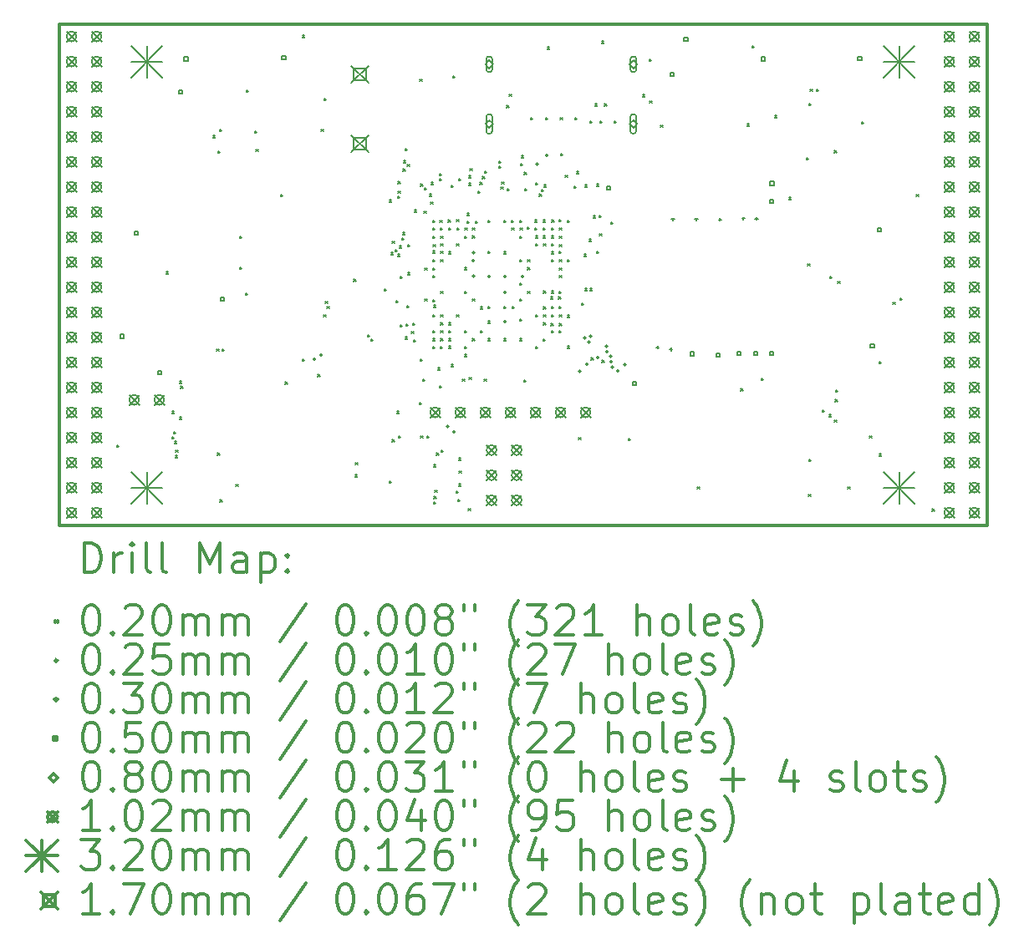
<source format=gbr>
%FSLAX45Y45*%
G04 Gerber Fmt 4.5, Leading zero omitted, Abs format (unit mm)*
G04 Created by KiCad (PCBNEW 4.0.7+dfsg1-1) date Wed Oct 11 10:43:20 2017*
%MOMM*%
%LPD*%
G01*
G04 APERTURE LIST*
%ADD10C,0.127000*%
%ADD11C,0.300000*%
%ADD12C,0.200000*%
G04 APERTURE END LIST*
D10*
D11*
X9410000Y-6142000D02*
X9410000Y-11222000D01*
X18808000Y-6142000D02*
X9410000Y-6142000D01*
X18808000Y-11222000D02*
X18808000Y-6142000D01*
X9410000Y-11222000D02*
X18808000Y-11222000D01*
D12*
X9998000Y-10410000D02*
X10018000Y-10430000D01*
X10018000Y-10410000D02*
X9998000Y-10430000D01*
X10493771Y-8653299D02*
X10513771Y-8673299D01*
X10513771Y-8653299D02*
X10493771Y-8673299D01*
X10555187Y-10325526D02*
X10575187Y-10345526D01*
X10575187Y-10325526D02*
X10555187Y-10345526D01*
X10557972Y-10068392D02*
X10577972Y-10088392D01*
X10577972Y-10068392D02*
X10557972Y-10088392D01*
X10570316Y-10275043D02*
X10590316Y-10295043D01*
X10590316Y-10275043D02*
X10570316Y-10295043D01*
X10580671Y-10371655D02*
X10600671Y-10391655D01*
X10600671Y-10371655D02*
X10580671Y-10391655D01*
X10587368Y-10514871D02*
X10607368Y-10534871D01*
X10607368Y-10514871D02*
X10587368Y-10534871D01*
X10592360Y-10459757D02*
X10612360Y-10479757D01*
X10612360Y-10459757D02*
X10592360Y-10479757D01*
X10630117Y-10127790D02*
X10650117Y-10147790D01*
X10650117Y-10127790D02*
X10630117Y-10147790D01*
X10630381Y-9762780D02*
X10650381Y-9782780D01*
X10650381Y-9762780D02*
X10630381Y-9782780D01*
X10643954Y-9813703D02*
X10663954Y-9833703D01*
X10663954Y-9813703D02*
X10643954Y-9833703D01*
X10972800Y-7273000D02*
X10992800Y-7293000D01*
X10992800Y-7273000D02*
X10972800Y-7293000D01*
X11009310Y-9438989D02*
X11029310Y-9458989D01*
X11029310Y-9438989D02*
X11009310Y-9458989D01*
X11018000Y-10490000D02*
X11038000Y-10510000D01*
X11038000Y-10490000D02*
X11018000Y-10510000D01*
X11021352Y-7428070D02*
X11041352Y-7448070D01*
X11041352Y-7428070D02*
X11021352Y-7448070D01*
X11038300Y-7211500D02*
X11058300Y-7231500D01*
X11058300Y-7211500D02*
X11038300Y-7231500D01*
X11042966Y-10966034D02*
X11062966Y-10986034D01*
X11062966Y-10966034D02*
X11042966Y-10986034D01*
X11061873Y-9435178D02*
X11081873Y-9455178D01*
X11081873Y-9435178D02*
X11061873Y-9455178D01*
X11203400Y-10805600D02*
X11223400Y-10825600D01*
X11223400Y-10805600D02*
X11203400Y-10825600D01*
X11241500Y-8291000D02*
X11261500Y-8311000D01*
X11261500Y-8291000D02*
X11241500Y-8311000D01*
X11241500Y-8608500D02*
X11261500Y-8628500D01*
X11261500Y-8608500D02*
X11241500Y-8628500D01*
X11298000Y-8870000D02*
X11318000Y-8890000D01*
X11318000Y-8870000D02*
X11298000Y-8890000D01*
X11311224Y-6814440D02*
X11331224Y-6834440D01*
X11331224Y-6814440D02*
X11311224Y-6834440D01*
X11393900Y-7224200D02*
X11413900Y-7244200D01*
X11413900Y-7224200D02*
X11393900Y-7244200D01*
X11406600Y-7414700D02*
X11426600Y-7434700D01*
X11426600Y-7414700D02*
X11406600Y-7434700D01*
X11655434Y-7867799D02*
X11675434Y-7887799D01*
X11675434Y-7867799D02*
X11655434Y-7887799D01*
X11702166Y-9771727D02*
X11722166Y-9791727D01*
X11722166Y-9771727D02*
X11702166Y-9791727D01*
X11874380Y-9539822D02*
X11894380Y-9559822D01*
X11894380Y-9539822D02*
X11874380Y-9559822D01*
X11875869Y-6255897D02*
X11895869Y-6275897D01*
X11895869Y-6255897D02*
X11875869Y-6275897D01*
X12033000Y-9695000D02*
X12053000Y-9715000D01*
X12053000Y-9695000D02*
X12033000Y-9715000D01*
X12067000Y-7211500D02*
X12087000Y-7231500D01*
X12087000Y-7211500D02*
X12067000Y-7231500D01*
X12093648Y-9090823D02*
X12113648Y-9110823D01*
X12113648Y-9090823D02*
X12093648Y-9110823D01*
X12098665Y-6897853D02*
X12118665Y-6917853D01*
X12118665Y-6897853D02*
X12098665Y-6917853D01*
X12110622Y-8956298D02*
X12130622Y-8976298D01*
X12130622Y-8956298D02*
X12110622Y-8976298D01*
X12126901Y-9006422D02*
X12146901Y-9026422D01*
X12146901Y-9006422D02*
X12126901Y-9026422D01*
X12398000Y-8730000D02*
X12418000Y-8750000D01*
X12418000Y-8730000D02*
X12398000Y-8750000D01*
X12398000Y-8730000D02*
X12418000Y-8750000D01*
X12418000Y-8730000D02*
X12398000Y-8750000D01*
X12410242Y-10710764D02*
X12430242Y-10730764D01*
X12430242Y-10710764D02*
X12410242Y-10730764D01*
X12415398Y-10588254D02*
X12435398Y-10608254D01*
X12435398Y-10588254D02*
X12415398Y-10608254D01*
X12538000Y-9290000D02*
X12558000Y-9310000D01*
X12558000Y-9290000D02*
X12538000Y-9310000D01*
X12572728Y-9335266D02*
X12592728Y-9355266D01*
X12592728Y-9335266D02*
X12572728Y-9355266D01*
X12704513Y-8827908D02*
X12724513Y-8847908D01*
X12724513Y-8827908D02*
X12704513Y-8847908D01*
X12754366Y-7925556D02*
X12774366Y-7945556D01*
X12774366Y-7925556D02*
X12754366Y-7945556D01*
X12755664Y-10771679D02*
X12775664Y-10791679D01*
X12775664Y-10771679D02*
X12755664Y-10791679D01*
X12772416Y-8458897D02*
X12792416Y-8478897D01*
X12792416Y-8458897D02*
X12772416Y-8478897D01*
X12785133Y-10356640D02*
X12805133Y-10376640D01*
X12805133Y-10356640D02*
X12785133Y-10376640D01*
X12786626Y-8342795D02*
X12806626Y-8362795D01*
X12806626Y-8342795D02*
X12786626Y-8362795D01*
X12815628Y-8428729D02*
X12835628Y-8448729D01*
X12835628Y-8428729D02*
X12815628Y-8448729D01*
X12822131Y-8943995D02*
X12842131Y-8963995D01*
X12842131Y-8943995D02*
X12822131Y-8963995D01*
X12834133Y-10065831D02*
X12854133Y-10085831D01*
X12854133Y-10065831D02*
X12834133Y-10085831D01*
X12838971Y-8476738D02*
X12858971Y-8496738D01*
X12858971Y-8476738D02*
X12838971Y-8496738D01*
X12841590Y-7889418D02*
X12861590Y-7909418D01*
X12861590Y-7889418D02*
X12841590Y-7909418D01*
X12844557Y-7737658D02*
X12864557Y-7757658D01*
X12864557Y-7737658D02*
X12844557Y-7757658D01*
X12846973Y-7836992D02*
X12866973Y-7856992D01*
X12866973Y-7836992D02*
X12846973Y-7856992D01*
X12850280Y-10316052D02*
X12870280Y-10336052D01*
X12870280Y-10316052D02*
X12850280Y-10336052D01*
X12856960Y-8392024D02*
X12876960Y-8412024D01*
X12876960Y-8392024D02*
X12856960Y-8412024D01*
X12867063Y-9190984D02*
X12887063Y-9210984D01*
X12887063Y-9190984D02*
X12867063Y-9210984D01*
X12867665Y-8701088D02*
X12887665Y-8721088D01*
X12887665Y-8701088D02*
X12867665Y-8721088D01*
X12884885Y-8308326D02*
X12904885Y-8328326D01*
X12904885Y-8308326D02*
X12884885Y-8328326D01*
X12891675Y-8256064D02*
X12911675Y-8276064D01*
X12911675Y-8256064D02*
X12891675Y-8276064D01*
X12896163Y-7612957D02*
X12916163Y-7632957D01*
X12916163Y-7612957D02*
X12896163Y-7632957D01*
X12902225Y-7526361D02*
X12922225Y-7546361D01*
X12922225Y-7526361D02*
X12902225Y-7546361D01*
X12915222Y-7404246D02*
X12935222Y-7424246D01*
X12935222Y-7404246D02*
X12915222Y-7424246D01*
X12915467Y-9314463D02*
X12935467Y-9334463D01*
X12935467Y-9314463D02*
X12915467Y-9334463D01*
X12923676Y-9183899D02*
X12943676Y-9203899D01*
X12943676Y-9183899D02*
X12923676Y-9203899D01*
X12935918Y-8993919D02*
X12955918Y-9013919D01*
X12955918Y-8993919D02*
X12935918Y-9013919D01*
X12939334Y-7563781D02*
X12959334Y-7583781D01*
X12959334Y-7563781D02*
X12939334Y-7583781D01*
X12941393Y-8376098D02*
X12961393Y-8396098D01*
X12961393Y-8376098D02*
X12941393Y-8396098D01*
X12944260Y-8660352D02*
X12964260Y-8680352D01*
X12964260Y-8660352D02*
X12944260Y-8680352D01*
X12980206Y-9257825D02*
X13000206Y-9277825D01*
X13000206Y-9257825D02*
X12980206Y-9277825D01*
X12992293Y-9173424D02*
X13012293Y-9193424D01*
X13012293Y-9173424D02*
X12992293Y-9193424D01*
X13004130Y-9342914D02*
X13024130Y-9362914D01*
X13024130Y-9342914D02*
X13004130Y-9362914D01*
X13009682Y-8027773D02*
X13029682Y-8047773D01*
X13029682Y-8027773D02*
X13009682Y-8047773D01*
X13061453Y-9980100D02*
X13081453Y-10000100D01*
X13081453Y-9980100D02*
X13061453Y-10000100D01*
X13066199Y-6701962D02*
X13086199Y-6721962D01*
X13086199Y-6701962D02*
X13066199Y-6721962D01*
X13070707Y-9535414D02*
X13090707Y-9555414D01*
X13090707Y-9535414D02*
X13070707Y-9555414D01*
X13073949Y-10316052D02*
X13093949Y-10336052D01*
X13093949Y-10316052D02*
X13073949Y-10336052D01*
X13075683Y-7764262D02*
X13095683Y-7784262D01*
X13095683Y-7764262D02*
X13075683Y-7784262D01*
X13093936Y-9738729D02*
X13113936Y-9758729D01*
X13113936Y-9738729D02*
X13093936Y-9758729D01*
X13108000Y-8040000D02*
X13128000Y-8060000D01*
X13128000Y-8040000D02*
X13108000Y-8060000D01*
X13113091Y-7801384D02*
X13133091Y-7821384D01*
X13133091Y-7801384D02*
X13113091Y-7821384D01*
X13115453Y-8615136D02*
X13135453Y-8635136D01*
X13135453Y-8615136D02*
X13115453Y-8635136D01*
X13118000Y-8930000D02*
X13138000Y-8950000D01*
X13138000Y-8930000D02*
X13118000Y-8950000D01*
X13135385Y-10316052D02*
X13155385Y-10336052D01*
X13155385Y-10316052D02*
X13135385Y-10336052D01*
X13160933Y-7864587D02*
X13180933Y-7884587D01*
X13180933Y-7864587D02*
X13160933Y-7884587D01*
X13174731Y-7948989D02*
X13194731Y-7968989D01*
X13194731Y-7948989D02*
X13174731Y-7968989D01*
X13182329Y-7748485D02*
X13202329Y-7768485D01*
X13202329Y-7748485D02*
X13182329Y-7768485D01*
X13197765Y-9087799D02*
X13217765Y-9107799D01*
X13217765Y-9087799D02*
X13197765Y-9107799D01*
X13197789Y-8617215D02*
X13217789Y-8637215D01*
X13217789Y-8617215D02*
X13197789Y-8637215D01*
X13197962Y-8532814D02*
X13217962Y-8552814D01*
X13217962Y-8532814D02*
X13197962Y-8552814D01*
X13198000Y-8440334D02*
X13218000Y-8460334D01*
X13218000Y-8440334D02*
X13198000Y-8460334D01*
X13198000Y-8130000D02*
X13218000Y-8150000D01*
X13218000Y-8130000D02*
X13198000Y-8150000D01*
X13198000Y-8207799D02*
X13218000Y-8227799D01*
X13218000Y-8207799D02*
X13198000Y-8227799D01*
X13198000Y-8690000D02*
X13218000Y-8710000D01*
X13218000Y-8690000D02*
X13198000Y-8710000D01*
X13198000Y-8934402D02*
X13218000Y-8954402D01*
X13218000Y-8934402D02*
X13198000Y-8954402D01*
X13198000Y-9250000D02*
X13218000Y-9270000D01*
X13218000Y-9250000D02*
X13198000Y-9270000D01*
X13198000Y-9330000D02*
X13218000Y-9350000D01*
X13218000Y-9330000D02*
X13198000Y-9350000D01*
X13198000Y-9410000D02*
X13218000Y-9430000D01*
X13218000Y-9410000D02*
X13198000Y-9430000D01*
X13198482Y-8292201D02*
X13218482Y-8312201D01*
X13218482Y-8292201D02*
X13198482Y-8312201D01*
X13201744Y-8376602D02*
X13221744Y-8396602D01*
X13221744Y-8376602D02*
X13201744Y-8396602D01*
X13204611Y-10984026D02*
X13224611Y-11004026D01*
X13224611Y-10984026D02*
X13204611Y-11004026D01*
X13205608Y-8993095D02*
X13225608Y-9013095D01*
X13225608Y-8993095D02*
X13205608Y-9013095D01*
X13206286Y-10608587D02*
X13226286Y-10628587D01*
X13226286Y-10608587D02*
X13206286Y-10628587D01*
X13208900Y-10931500D02*
X13228900Y-10951500D01*
X13228900Y-10931500D02*
X13208900Y-10951500D01*
X13218000Y-10870000D02*
X13238000Y-10890000D01*
X13238000Y-10870000D02*
X13218000Y-10890000D01*
X13234844Y-10489450D02*
X13254844Y-10509450D01*
X13254844Y-10489450D02*
X13234844Y-10509450D01*
X13247282Y-9628386D02*
X13267282Y-9648386D01*
X13267282Y-9628386D02*
X13247282Y-9648386D01*
X13263724Y-7657621D02*
X13283724Y-7677621D01*
X13283724Y-7657621D02*
X13263724Y-7677621D01*
X13265267Y-9807892D02*
X13285267Y-9827892D01*
X13285267Y-9807892D02*
X13265267Y-9827892D01*
X13266117Y-7710267D02*
X13286117Y-7730267D01*
X13286117Y-7710267D02*
X13266117Y-7730267D01*
X13268333Y-8129999D02*
X13288333Y-8149999D01*
X13288333Y-8129999D02*
X13268333Y-8149999D01*
X13271035Y-8207799D02*
X13291035Y-8227799D01*
X13291035Y-8207799D02*
X13271035Y-8227799D01*
X13274623Y-9409707D02*
X13294623Y-9429707D01*
X13294623Y-9409707D02*
X13274623Y-9429707D01*
X13277580Y-8532814D02*
X13297580Y-8552814D01*
X13297580Y-8532814D02*
X13277580Y-8552814D01*
X13278000Y-8292201D02*
X13298000Y-8312201D01*
X13298000Y-8292201D02*
X13278000Y-8312201D01*
X13278000Y-8850000D02*
X13298000Y-8870000D01*
X13298000Y-8850000D02*
X13278000Y-8870000D01*
X13278000Y-9090000D02*
X13298000Y-9110000D01*
X13298000Y-9090000D02*
X13278000Y-9110000D01*
X13278000Y-9170000D02*
X13298000Y-9190000D01*
X13298000Y-9170000D02*
X13278000Y-9190000D01*
X13278000Y-9250000D02*
X13298000Y-9270000D01*
X13298000Y-9250000D02*
X13278000Y-9270000D01*
X13278000Y-9330000D02*
X13298000Y-9350000D01*
X13298000Y-9330000D02*
X13278000Y-9350000D01*
X13278042Y-8446122D02*
X13298042Y-8466122D01*
X13298042Y-8446122D02*
X13278042Y-8466122D01*
X13278650Y-8367799D02*
X13298650Y-8387799D01*
X13298650Y-8367799D02*
X13278650Y-8387799D01*
X13283696Y-10459892D02*
X13303696Y-10479892D01*
X13303696Y-10459892D02*
X13283696Y-10479892D01*
X13352734Y-8129641D02*
X13372734Y-8149641D01*
X13372734Y-8129641D02*
X13352734Y-8149641D01*
X13355436Y-8207799D02*
X13375436Y-8227799D01*
X13375436Y-8207799D02*
X13355436Y-8227799D01*
X13357194Y-8449520D02*
X13377194Y-8469520D01*
X13377194Y-8449520D02*
X13357194Y-8469520D01*
X13358000Y-9170000D02*
X13378000Y-9190000D01*
X13378000Y-9170000D02*
X13358000Y-9190000D01*
X13358000Y-9250000D02*
X13378000Y-9270000D01*
X13378000Y-9250000D02*
X13358000Y-9270000D01*
X13358567Y-9330248D02*
X13378567Y-9350248D01*
X13378567Y-9330248D02*
X13358567Y-9350248D01*
X13359024Y-9408016D02*
X13379024Y-9428016D01*
X13379024Y-9408016D02*
X13359024Y-9428016D01*
X13381998Y-9593873D02*
X13401998Y-9613873D01*
X13401998Y-9593873D02*
X13381998Y-9613873D01*
X13382219Y-7775484D02*
X13402219Y-7795484D01*
X13402219Y-7775484D02*
X13382219Y-7795484D01*
X13397916Y-6668615D02*
X13417916Y-6688615D01*
X13417916Y-6668615D02*
X13397916Y-6688615D01*
X13436400Y-10874197D02*
X13456400Y-10894197D01*
X13456400Y-10874197D02*
X13436400Y-10894197D01*
X13437135Y-8124791D02*
X13457135Y-8144791D01*
X13457135Y-8124791D02*
X13437135Y-8144791D01*
X13438000Y-8370000D02*
X13458000Y-8390000D01*
X13458000Y-8370000D02*
X13438000Y-8390000D01*
X13438000Y-9090000D02*
X13458000Y-9110000D01*
X13458000Y-9090000D02*
X13438000Y-9110000D01*
X13440141Y-8207758D02*
X13460141Y-8227758D01*
X13460141Y-8207758D02*
X13440141Y-8227758D01*
X13453687Y-10961995D02*
X13473687Y-10981995D01*
X13473687Y-10961995D02*
X13453687Y-10981995D01*
X13457587Y-10803159D02*
X13477587Y-10823159D01*
X13477587Y-10803159D02*
X13457587Y-10823159D01*
X13460201Y-7710000D02*
X13480201Y-7730000D01*
X13480201Y-7710000D02*
X13460201Y-7730000D01*
X13460735Y-10540845D02*
X13480735Y-10560845D01*
X13480735Y-10540845D02*
X13460735Y-10560845D01*
X13465065Y-10671051D02*
X13485065Y-10691051D01*
X13485065Y-10671051D02*
X13465065Y-10691051D01*
X13498546Y-9743179D02*
X13518546Y-9763179D01*
X13518546Y-9743179D02*
X13498546Y-9763179D01*
X13517331Y-8851860D02*
X13537331Y-8871860D01*
X13537331Y-8851860D02*
X13517331Y-8871860D01*
X13518000Y-8292201D02*
X13538000Y-8312201D01*
X13538000Y-8292201D02*
X13518000Y-8312201D01*
X13518000Y-8610000D02*
X13538000Y-8630000D01*
X13538000Y-8610000D02*
X13518000Y-8630000D01*
X13518000Y-9250000D02*
X13538000Y-9270000D01*
X13538000Y-9250000D02*
X13518000Y-9270000D01*
X13518000Y-9410000D02*
X13538000Y-9430000D01*
X13538000Y-9410000D02*
X13518000Y-9430000D01*
X13518000Y-9490000D02*
X13538000Y-9510000D01*
X13538000Y-9490000D02*
X13518000Y-9510000D01*
X13524542Y-8207681D02*
X13544542Y-8227681D01*
X13544542Y-8207681D02*
X13524542Y-8227681D01*
X13546744Y-8060230D02*
X13566744Y-8080230D01*
X13566744Y-8060230D02*
X13546744Y-8080230D01*
X13546744Y-8138922D02*
X13566744Y-8158922D01*
X13566744Y-8138922D02*
X13546744Y-8158922D01*
X13555656Y-11051071D02*
X13575656Y-11071071D01*
X13575656Y-11051071D02*
X13555656Y-11071071D01*
X13559498Y-7754855D02*
X13579498Y-7774855D01*
X13579498Y-7754855D02*
X13559498Y-7774855D01*
X13562542Y-7680938D02*
X13582542Y-7700938D01*
X13582542Y-7680938D02*
X13562542Y-7700938D01*
X13567000Y-9723813D02*
X13587000Y-9743813D01*
X13587000Y-9723813D02*
X13567000Y-9743813D01*
X13573070Y-7610061D02*
X13593070Y-7630061D01*
X13593070Y-7610061D02*
X13573070Y-7630061D01*
X13598000Y-8210000D02*
X13618000Y-8230000D01*
X13618000Y-8210000D02*
X13598000Y-8230000D01*
X13598000Y-8290000D02*
X13618000Y-8310000D01*
X13618000Y-8290000D02*
X13598000Y-8310000D01*
X13598000Y-9330000D02*
X13618000Y-9350000D01*
X13618000Y-9330000D02*
X13598000Y-9350000D01*
X13598517Y-8929483D02*
X13618517Y-8949483D01*
X13618517Y-8929483D02*
X13598517Y-8949483D01*
X13631144Y-8139731D02*
X13651144Y-8159731D01*
X13651144Y-8139731D02*
X13631144Y-8159731D01*
X13653412Y-7835167D02*
X13673412Y-7855167D01*
X13673412Y-7835167D02*
X13653412Y-7855167D01*
X13675600Y-7746298D02*
X13695600Y-7766298D01*
X13695600Y-7746298D02*
X13675600Y-7766298D01*
X13678000Y-9250000D02*
X13698000Y-9270000D01*
X13698000Y-9250000D02*
X13678000Y-9270000D01*
X13678517Y-9009483D02*
X13698517Y-9029483D01*
X13698517Y-9009483D02*
X13678517Y-9029483D01*
X13700695Y-7687992D02*
X13720695Y-7707992D01*
X13720695Y-7687992D02*
X13700695Y-7707992D01*
X13718870Y-9743874D02*
X13738870Y-9763874D01*
X13738870Y-9743874D02*
X13718870Y-9763874D01*
X13720873Y-7631502D02*
X13740873Y-7651502D01*
X13740873Y-7631502D02*
X13720873Y-7651502D01*
X13755905Y-9153803D02*
X13775905Y-9173803D01*
X13775905Y-9153803D02*
X13755905Y-9173803D01*
X13758000Y-8130000D02*
X13778000Y-8150000D01*
X13778000Y-8130000D02*
X13758000Y-8150000D01*
X13758000Y-9007299D02*
X13778000Y-9027299D01*
X13778000Y-9007299D02*
X13758000Y-9027299D01*
X13758000Y-9330000D02*
X13778000Y-9350000D01*
X13778000Y-9330000D02*
X13758000Y-9350000D01*
X13758056Y-8443409D02*
X13778056Y-8463409D01*
X13778056Y-8443409D02*
X13758056Y-8463409D01*
X13867568Y-7584299D02*
X13887568Y-7604299D01*
X13887568Y-7584299D02*
X13867568Y-7604299D01*
X13867920Y-7530076D02*
X13887920Y-7550076D01*
X13887920Y-7530076D02*
X13867920Y-7550076D01*
X13886806Y-7794095D02*
X13906806Y-7814095D01*
X13906806Y-7794095D02*
X13886806Y-7814095D01*
X13894936Y-7742024D02*
X13914936Y-7762024D01*
X13914936Y-7742024D02*
X13894936Y-7762024D01*
X13917252Y-8451135D02*
X13937252Y-8471135D01*
X13937252Y-8451135D02*
X13917252Y-8471135D01*
X13918000Y-8130000D02*
X13938000Y-8150000D01*
X13938000Y-8130000D02*
X13918000Y-8150000D01*
X13918000Y-9002299D02*
X13938000Y-9022299D01*
X13938000Y-9002299D02*
X13918000Y-9022299D01*
X13918000Y-9330000D02*
X13938000Y-9350000D01*
X13938000Y-9330000D02*
X13918000Y-9350000D01*
X13947561Y-6969286D02*
X13967561Y-6989286D01*
X13967561Y-6969286D02*
X13947561Y-6989286D01*
X13948512Y-7810586D02*
X13968512Y-7830586D01*
X13968512Y-7810586D02*
X13948512Y-7830586D01*
X13972000Y-6856567D02*
X13992000Y-6876567D01*
X13992000Y-6856567D02*
X13972000Y-6876567D01*
X13993599Y-8130000D02*
X14013599Y-8150000D01*
X14013599Y-8130000D02*
X13993599Y-8150000D01*
X13998000Y-8210000D02*
X14018000Y-8230000D01*
X14018000Y-8210000D02*
X13998000Y-8230000D01*
X13999489Y-9002299D02*
X14019489Y-9022299D01*
X14019489Y-9002299D02*
X13999489Y-9022299D01*
X14076403Y-8294140D02*
X14096403Y-8314140D01*
X14096403Y-8294140D02*
X14076403Y-8314140D01*
X14077419Y-9133335D02*
X14097419Y-9153335D01*
X14097419Y-9133335D02*
X14077419Y-9153335D01*
X14078000Y-8130000D02*
X14098000Y-8150000D01*
X14098000Y-8130000D02*
X14078000Y-8150000D01*
X14078000Y-8530000D02*
X14098000Y-8550000D01*
X14098000Y-8530000D02*
X14078000Y-8550000D01*
X14078000Y-8770000D02*
X14098000Y-8790000D01*
X14098000Y-8770000D02*
X14078000Y-8790000D01*
X14078000Y-8930000D02*
X14098000Y-8950000D01*
X14098000Y-8930000D02*
X14078000Y-8950000D01*
X14078000Y-9330000D02*
X14098000Y-9350000D01*
X14098000Y-9330000D02*
X14078000Y-9350000D01*
X14082401Y-8207928D02*
X14102401Y-8227928D01*
X14102401Y-8207928D02*
X14082401Y-8227928D01*
X14088006Y-7558194D02*
X14108006Y-7578194D01*
X14108006Y-7558194D02*
X14088006Y-7578194D01*
X14094664Y-7477380D02*
X14114664Y-7497380D01*
X14114664Y-7477380D02*
X14094664Y-7497380D01*
X14118000Y-9750000D02*
X14138000Y-9770000D01*
X14138000Y-9750000D02*
X14118000Y-9770000D01*
X14124297Y-7645500D02*
X14144297Y-7665500D01*
X14144297Y-7645500D02*
X14124297Y-7665500D01*
X14128016Y-7812697D02*
X14148016Y-7832697D01*
X14148016Y-7812697D02*
X14128016Y-7832697D01*
X14155799Y-8203034D02*
X14175799Y-8223034D01*
X14175799Y-8203034D02*
X14155799Y-8223034D01*
X14158000Y-8530000D02*
X14178000Y-8550000D01*
X14178000Y-8530000D02*
X14158000Y-8550000D01*
X14158000Y-8610000D02*
X14178000Y-8630000D01*
X14178000Y-8610000D02*
X14158000Y-8630000D01*
X14158000Y-8850000D02*
X14178000Y-8870000D01*
X14178000Y-8850000D02*
X14158000Y-8870000D01*
X14190056Y-7090851D02*
X14210056Y-7110851D01*
X14210056Y-7090851D02*
X14190056Y-7110851D01*
X14229642Y-8209139D02*
X14249642Y-8229139D01*
X14249642Y-8209139D02*
X14229642Y-8229139D01*
X14231398Y-8128224D02*
X14251398Y-8148224D01*
X14251398Y-8128224D02*
X14231398Y-8148224D01*
X14237355Y-8289891D02*
X14257355Y-8309891D01*
X14257355Y-8289891D02*
X14237355Y-8309891D01*
X14238000Y-7750000D02*
X14258000Y-7770000D01*
X14258000Y-7750000D02*
X14238000Y-7770000D01*
X14238000Y-8370000D02*
X14258000Y-8390000D01*
X14258000Y-8370000D02*
X14238000Y-8390000D01*
X14238000Y-9090000D02*
X14258000Y-9110000D01*
X14258000Y-9090000D02*
X14238000Y-9110000D01*
X14238000Y-9410000D02*
X14258000Y-9430000D01*
X14258000Y-9410000D02*
X14238000Y-9430000D01*
X14275272Y-7865993D02*
X14295272Y-7885993D01*
X14295272Y-7865993D02*
X14275272Y-7885993D01*
X14300511Y-7819522D02*
X14320511Y-7839522D01*
X14320511Y-7819522D02*
X14300511Y-7839522D01*
X14315799Y-8127963D02*
X14335799Y-8147963D01*
X14335799Y-8127963D02*
X14315799Y-8147963D01*
X14315799Y-8210715D02*
X14335799Y-8230715D01*
X14335799Y-8210715D02*
X14315799Y-8230715D01*
X14315799Y-8290000D02*
X14335799Y-8310000D01*
X14335799Y-8290000D02*
X14315799Y-8310000D01*
X14315801Y-9332315D02*
X14335801Y-9352315D01*
X14335801Y-9332315D02*
X14315801Y-9352315D01*
X14317803Y-8849503D02*
X14337803Y-8869503D01*
X14337803Y-8849503D02*
X14317803Y-8869503D01*
X14318000Y-8370000D02*
X14338000Y-8390000D01*
X14338000Y-8370000D02*
X14318000Y-8390000D01*
X14318000Y-9090000D02*
X14338000Y-9110000D01*
X14338000Y-9090000D02*
X14318000Y-9110000D01*
X14318000Y-9170000D02*
X14338000Y-9190000D01*
X14338000Y-9170000D02*
X14318000Y-9190000D01*
X14318182Y-9010195D02*
X14338182Y-9030195D01*
X14338182Y-9010195D02*
X14318182Y-9030195D01*
X14323180Y-7771946D02*
X14343180Y-7791946D01*
X14343180Y-7771946D02*
X14323180Y-7791946D01*
X14338035Y-7091653D02*
X14358035Y-7111653D01*
X14358035Y-7091653D02*
X14338035Y-7111653D01*
X14355067Y-6376252D02*
X14375067Y-6396252D01*
X14375067Y-6376252D02*
X14355067Y-6396252D01*
X14388995Y-8907799D02*
X14408995Y-8927799D01*
X14408995Y-8907799D02*
X14388995Y-8927799D01*
X14396483Y-9177765D02*
X14416483Y-9197765D01*
X14416483Y-9177765D02*
X14396483Y-9197765D01*
X14398000Y-9090000D02*
X14418000Y-9110000D01*
X14418000Y-9090000D02*
X14398000Y-9110000D01*
X14398242Y-9003286D02*
X14418242Y-9023286D01*
X14418242Y-9003286D02*
X14398242Y-9023286D01*
X14398283Y-8848451D02*
X14418283Y-8868451D01*
X14418283Y-8848451D02*
X14398283Y-8868451D01*
X14400201Y-8208560D02*
X14420201Y-8228560D01*
X14420201Y-8208560D02*
X14400201Y-8228560D01*
X14400201Y-8290000D02*
X14420201Y-8310000D01*
X14420201Y-8290000D02*
X14400201Y-8310000D01*
X14400201Y-8370000D02*
X14420201Y-8390000D01*
X14420201Y-8370000D02*
X14400201Y-8390000D01*
X14400201Y-8450000D02*
X14420201Y-8470000D01*
X14420201Y-8450000D02*
X14400201Y-8470000D01*
X14400201Y-8529722D02*
X14420201Y-8549722D01*
X14420201Y-8529722D02*
X14400201Y-8549722D01*
X14400201Y-9250000D02*
X14420201Y-9270000D01*
X14420201Y-9250000D02*
X14400201Y-9270000D01*
X14404602Y-8127478D02*
X14424602Y-8147478D01*
X14424602Y-8127478D02*
X14404602Y-8147478D01*
X14471061Y-8907799D02*
X14491061Y-8927799D01*
X14491061Y-8907799D02*
X14471061Y-8927799D01*
X14476639Y-8123398D02*
X14496639Y-8143398D01*
X14496639Y-8123398D02*
X14476639Y-8143398D01*
X14476724Y-9006446D02*
X14496724Y-9026446D01*
X14496724Y-9006446D02*
X14476724Y-9026446D01*
X14477765Y-8852201D02*
X14497765Y-8872201D01*
X14497765Y-8852201D02*
X14477765Y-8872201D01*
X14477769Y-8443293D02*
X14497769Y-8463293D01*
X14497769Y-8443293D02*
X14477769Y-8463293D01*
X14478235Y-9247799D02*
X14498235Y-9267799D01*
X14498235Y-9247799D02*
X14478235Y-9267799D01*
X14478509Y-8207799D02*
X14498509Y-8227799D01*
X14498509Y-8207799D02*
X14478509Y-8227799D01*
X14478654Y-8528519D02*
X14498654Y-8548519D01*
X14498654Y-8528519D02*
X14478654Y-8548519D01*
X14478856Y-8689382D02*
X14498856Y-8709382D01*
X14498856Y-8689382D02*
X14478856Y-8709382D01*
X14479038Y-8376602D02*
X14499038Y-8396602D01*
X14499038Y-8376602D02*
X14479038Y-8396602D01*
X14479163Y-9090847D02*
X14499163Y-9110847D01*
X14499163Y-9090847D02*
X14479163Y-9110847D01*
X14479410Y-8292201D02*
X14499410Y-8312201D01*
X14499410Y-8292201D02*
X14479410Y-8312201D01*
X14479577Y-9177444D02*
X14499577Y-9197444D01*
X14499577Y-9177444D02*
X14479577Y-9197444D01*
X14480128Y-8616874D02*
X14500128Y-8636874D01*
X14500128Y-8616874D02*
X14480128Y-8636874D01*
X14487842Y-7092405D02*
X14507842Y-7112405D01*
X14507842Y-7092405D02*
X14487842Y-7112405D01*
X14491706Y-7455585D02*
X14511706Y-7475585D01*
X14511706Y-7455585D02*
X14491706Y-7475585D01*
X14539401Y-7673483D02*
X14559401Y-7693483D01*
X14559401Y-7673483D02*
X14539401Y-7693483D01*
X14558000Y-8130000D02*
X14578000Y-8150000D01*
X14578000Y-8130000D02*
X14558000Y-8150000D01*
X14558000Y-8532201D02*
X14578000Y-8552201D01*
X14578000Y-8532201D02*
X14558000Y-8552201D01*
X14558000Y-9407799D02*
X14578000Y-9427799D01*
X14578000Y-9407799D02*
X14558000Y-9427799D01*
X14561303Y-9092201D02*
X14581303Y-9112201D01*
X14581303Y-9092201D02*
X14561303Y-9112201D01*
X14628717Y-7783934D02*
X14648717Y-7803934D01*
X14648717Y-7783934D02*
X14628717Y-7803934D01*
X14636897Y-7089394D02*
X14656897Y-7109394D01*
X14656897Y-7089394D02*
X14636897Y-7109394D01*
X14652765Y-7636130D02*
X14672765Y-7656130D01*
X14672765Y-7636130D02*
X14652765Y-7656130D01*
X14674429Y-10335274D02*
X14694429Y-10355274D01*
X14694429Y-10335274D02*
X14674429Y-10355274D01*
X14702593Y-8970288D02*
X14722593Y-8990288D01*
X14722593Y-8970288D02*
X14702593Y-8990288D01*
X14732247Y-8475859D02*
X14752247Y-8495859D01*
X14752247Y-8475859D02*
X14732247Y-8495859D01*
X14737067Y-8822484D02*
X14757067Y-8842484D01*
X14757067Y-8822484D02*
X14737067Y-8842484D01*
X14738000Y-7772201D02*
X14758000Y-7792201D01*
X14758000Y-7772201D02*
X14738000Y-7792201D01*
X14779417Y-8323581D02*
X14799417Y-8343581D01*
X14799417Y-8323581D02*
X14779417Y-8343581D01*
X14788736Y-7127779D02*
X14808736Y-7147779D01*
X14808736Y-7127779D02*
X14788736Y-7147779D01*
X14789768Y-8822484D02*
X14809768Y-8842484D01*
X14809768Y-8822484D02*
X14789768Y-8842484D01*
X14800281Y-9523902D02*
X14820281Y-9543902D01*
X14820281Y-9523902D02*
X14800281Y-9543902D01*
X14823777Y-8087578D02*
X14843777Y-8107578D01*
X14843777Y-8087578D02*
X14823777Y-8107578D01*
X14837783Y-6951968D02*
X14857783Y-6971968D01*
X14857783Y-6951968D02*
X14837783Y-6971968D01*
X14853988Y-7762935D02*
X14873988Y-7782935D01*
X14873988Y-7762935D02*
X14853988Y-7782935D01*
X14856880Y-8445039D02*
X14876880Y-8465039D01*
X14876880Y-8445039D02*
X14856880Y-8465039D01*
X14883585Y-8079901D02*
X14903585Y-8099901D01*
X14903585Y-8079901D02*
X14883585Y-8099901D01*
X14887565Y-8265534D02*
X14907565Y-8285534D01*
X14907565Y-8265534D02*
X14887565Y-8285534D01*
X14889119Y-7127779D02*
X14909119Y-7147779D01*
X14909119Y-7127779D02*
X14889119Y-7147779D01*
X14908375Y-6315711D02*
X14928375Y-6335711D01*
X14928375Y-6315711D02*
X14908375Y-6335711D01*
X14910771Y-9550529D02*
X14930771Y-9570529D01*
X14930771Y-9550529D02*
X14910771Y-9570529D01*
X14937595Y-6951968D02*
X14957595Y-6971968D01*
X14957595Y-6951968D02*
X14937595Y-6971968D01*
X14998000Y-8150000D02*
X15018000Y-8170000D01*
X15018000Y-8150000D02*
X14998000Y-8170000D01*
X15035722Y-7127779D02*
X15055722Y-7147779D01*
X15055722Y-7127779D02*
X15035722Y-7147779D01*
X15179638Y-10341072D02*
X15199638Y-10361072D01*
X15199638Y-10341072D02*
X15179638Y-10361072D01*
X15322234Y-6857342D02*
X15342234Y-6877342D01*
X15342234Y-6857342D02*
X15322234Y-6877342D01*
X15388420Y-6497712D02*
X15408420Y-6517712D01*
X15408420Y-6497712D02*
X15388420Y-6517712D01*
X15394400Y-6919400D02*
X15414400Y-6939400D01*
X15414400Y-6919400D02*
X15394400Y-6939400D01*
X15504936Y-7166453D02*
X15524936Y-7186453D01*
X15524936Y-7166453D02*
X15504936Y-7186453D01*
X15877000Y-10831000D02*
X15897000Y-10851000D01*
X15897000Y-10831000D02*
X15877000Y-10851000D01*
X16317742Y-9840172D02*
X16337742Y-9860172D01*
X16337742Y-9840172D02*
X16317742Y-9860172D01*
X16380885Y-7155186D02*
X16400885Y-7175186D01*
X16400885Y-7155186D02*
X16380885Y-7175186D01*
X16433388Y-6363745D02*
X16453388Y-6383745D01*
X16453388Y-6363745D02*
X16433388Y-6383745D01*
X16524921Y-9732292D02*
X16544921Y-9752292D01*
X16544921Y-9732292D02*
X16524921Y-9752292D01*
X16657891Y-7070355D02*
X16677891Y-7090355D01*
X16677891Y-7070355D02*
X16657891Y-7090355D01*
X16806644Y-7900804D02*
X16826644Y-7920804D01*
X16826644Y-7900804D02*
X16806644Y-7920804D01*
X16979535Y-7499299D02*
X16999535Y-7519299D01*
X16999535Y-7499299D02*
X16979535Y-7519299D01*
X16994600Y-8570400D02*
X17014600Y-8590400D01*
X17014600Y-8570400D02*
X16994600Y-8590400D01*
X17002604Y-10911247D02*
X17022604Y-10931247D01*
X17022604Y-10911247D02*
X17002604Y-10931247D01*
X17005773Y-10556635D02*
X17025773Y-10576635D01*
X17025773Y-10556635D02*
X17005773Y-10576635D01*
X17008296Y-6947101D02*
X17028296Y-6967101D01*
X17028296Y-6947101D02*
X17008296Y-6967101D01*
X17020000Y-6805100D02*
X17040000Y-6825100D01*
X17040000Y-6805100D02*
X17020000Y-6825100D01*
X17085000Y-6802556D02*
X17105000Y-6822556D01*
X17105000Y-6802556D02*
X17085000Y-6822556D01*
X17144030Y-10054574D02*
X17164030Y-10074574D01*
X17164030Y-10054574D02*
X17144030Y-10074574D01*
X17209336Y-10100566D02*
X17229336Y-10120566D01*
X17229336Y-10100566D02*
X17209336Y-10120566D01*
X17218956Y-8702405D02*
X17238956Y-8722405D01*
X17238956Y-8702405D02*
X17218956Y-8722405D01*
X17264664Y-7424799D02*
X17284664Y-7444799D01*
X17284664Y-7424799D02*
X17264664Y-7444799D01*
X17266127Y-10155168D02*
X17286127Y-10175168D01*
X17286127Y-10155168D02*
X17266127Y-10175168D01*
X17273463Y-9949992D02*
X17293463Y-9969992D01*
X17293463Y-9949992D02*
X17273463Y-9969992D01*
X17277992Y-9851865D02*
X17297992Y-9871865D01*
X17297992Y-9851865D02*
X17277992Y-9871865D01*
X17299400Y-8748200D02*
X17319400Y-8768200D01*
X17319400Y-8748200D02*
X17299400Y-8768200D01*
X17401000Y-10831000D02*
X17421000Y-10851000D01*
X17421000Y-10831000D02*
X17401000Y-10851000D01*
X17539563Y-7135743D02*
X17559563Y-7155743D01*
X17559563Y-7135743D02*
X17539563Y-7155743D01*
X17620559Y-10317981D02*
X17640559Y-10337981D01*
X17640559Y-10317981D02*
X17620559Y-10337981D01*
X17717400Y-10497912D02*
X17737400Y-10517912D01*
X17737400Y-10497912D02*
X17717400Y-10517912D01*
X17718500Y-9561000D02*
X17738500Y-9581000D01*
X17738500Y-9561000D02*
X17718500Y-9581000D01*
X17856591Y-8961390D02*
X17876591Y-8981390D01*
X17876591Y-8961390D02*
X17856591Y-8981390D01*
X17927598Y-8921781D02*
X17947598Y-8941781D01*
X17947598Y-8921781D02*
X17927598Y-8941781D01*
X18096500Y-7868500D02*
X18116500Y-7888500D01*
X18116500Y-7868500D02*
X18096500Y-7888500D01*
X18255436Y-11056584D02*
X18275436Y-11076584D01*
X18275436Y-11056584D02*
X18255436Y-11076584D01*
X12010516Y-9541295D02*
G75*
G03X12010516Y-9541295I-12700J0D01*
G01*
X12076103Y-9497760D02*
G75*
G03X12076103Y-9497760I-12700J0D01*
G01*
X13357629Y-10223262D02*
G75*
G03X13357629Y-10223262I-12700J0D01*
G01*
X13420141Y-10275223D02*
G75*
G03X13420141Y-10275223I-12700J0D01*
G01*
X13620700Y-8460000D02*
G75*
G03X13620700Y-8460000I-12700J0D01*
G01*
X13620700Y-8540000D02*
G75*
G03X13620700Y-8540000I-12700J0D01*
G01*
X13623799Y-8699540D02*
G75*
G03X13623799Y-8699540I-12700J0D01*
G01*
X13780700Y-8700000D02*
G75*
G03X13780700Y-8700000I-12700J0D01*
G01*
X13939164Y-9161521D02*
G75*
G03X13939164Y-9161521I-12700J0D01*
G01*
X13940700Y-8700000D02*
G75*
G03X13940700Y-8700000I-12700J0D01*
G01*
X13940700Y-8860000D02*
G75*
G03X13940700Y-8860000I-12700J0D01*
G01*
X14116986Y-8699500D02*
G75*
G03X14116986Y-8699500I-12700J0D01*
G01*
X14265799Y-7566284D02*
G75*
G03X14265799Y-7566284I-12700J0D01*
G01*
X14365259Y-7474977D02*
G75*
G03X14365259Y-7474977I-12700J0D01*
G01*
X14698950Y-9661750D02*
G75*
G03X14698950Y-9661750I-12700J0D01*
G01*
X14748323Y-9321914D02*
G75*
G03X14748323Y-9321914I-12700J0D01*
G01*
X14766147Y-9591326D02*
G75*
G03X14766147Y-9591326I-12700J0D01*
G01*
X14790471Y-9369101D02*
G75*
G03X14790471Y-9369101I-12700J0D01*
G01*
X14804230Y-9306098D02*
G75*
G03X14804230Y-9306098I-12700J0D01*
G01*
X14878093Y-9524901D02*
G75*
G03X14878093Y-9524901I-12700J0D01*
G01*
X14969298Y-9405479D02*
G75*
G03X14969298Y-9405479I-12700J0D01*
G01*
X14971152Y-9463550D02*
G75*
G03X14971152Y-9463550I-12700J0D01*
G01*
X15007952Y-9508512D02*
G75*
G03X15007952Y-9508512I-12700J0D01*
G01*
X15016044Y-9566047D02*
G75*
G03X15016044Y-9566047I-12700J0D01*
G01*
X15027622Y-9622983D02*
G75*
G03X15027622Y-9622983I-12700J0D01*
G01*
X15084750Y-9657580D02*
G75*
G03X15084750Y-9657580I-12700J0D01*
G01*
X15157504Y-9595169D02*
G75*
G03X15157504Y-9595169I-12700J0D01*
G01*
X15472629Y-9402136D02*
X15472629Y-9432136D01*
X15457629Y-9417136D02*
X15487629Y-9417136D01*
X15607711Y-9423078D02*
X15607711Y-9453078D01*
X15592711Y-9438078D02*
X15622711Y-9438078D01*
X15628000Y-8106084D02*
X15628000Y-8136084D01*
X15613000Y-8121084D02*
X15643000Y-8121084D01*
X15868000Y-8106084D02*
X15868000Y-8136084D01*
X15853000Y-8121084D02*
X15883000Y-8121084D01*
X16106799Y-8106612D02*
X16106799Y-8136612D01*
X16091799Y-8121612D02*
X16121799Y-8121612D01*
X16342203Y-8097066D02*
X16342203Y-8127066D01*
X16327203Y-8112066D02*
X16357203Y-8112066D01*
X16474183Y-8098057D02*
X16474183Y-8128057D01*
X16459183Y-8113057D02*
X16489183Y-8113057D01*
X10065668Y-9324068D02*
X10065668Y-9288713D01*
X10030313Y-9288713D01*
X10030313Y-9324068D01*
X10065668Y-9324068D01*
X10210884Y-8276183D02*
X10210884Y-8240827D01*
X10175529Y-8240827D01*
X10175529Y-8276183D01*
X10210884Y-8276183D01*
X10448586Y-9690837D02*
X10448586Y-9655482D01*
X10413231Y-9655482D01*
X10413231Y-9690837D01*
X10448586Y-9690837D01*
X10659458Y-6848926D02*
X10659458Y-6813570D01*
X10624103Y-6813570D01*
X10624103Y-6848926D01*
X10659458Y-6848926D01*
X10715159Y-6513075D02*
X10715159Y-6477720D01*
X10679803Y-6477720D01*
X10679803Y-6513075D01*
X10715159Y-6513075D01*
X11079415Y-8946398D02*
X11079415Y-8911042D01*
X11044059Y-8911042D01*
X11044059Y-8946398D01*
X11079415Y-8946398D01*
X11705728Y-6497972D02*
X11705728Y-6462616D01*
X11670372Y-6462616D01*
X11670372Y-6497972D01*
X11705728Y-6497972D01*
X14992842Y-7820612D02*
X14992842Y-7785257D01*
X14957486Y-7785257D01*
X14957486Y-7820612D01*
X14992842Y-7820612D01*
X15253976Y-9802555D02*
X15253976Y-9767199D01*
X15218621Y-9767199D01*
X15218621Y-9802555D01*
X15253976Y-9802555D01*
X15641236Y-6672514D02*
X15641236Y-6637158D01*
X15605880Y-6637158D01*
X15605880Y-6672514D01*
X15641236Y-6672514D01*
X15777678Y-6312078D02*
X15777678Y-6276722D01*
X15742322Y-6276722D01*
X15742322Y-6312078D01*
X15777678Y-6312078D01*
X15841046Y-9502939D02*
X15841046Y-9467584D01*
X15805691Y-9467584D01*
X15805691Y-9502939D01*
X15841046Y-9502939D01*
X16105267Y-9516553D02*
X16105267Y-9481197D01*
X16069912Y-9481197D01*
X16069912Y-9516553D01*
X16105267Y-9516553D01*
X16316953Y-9499696D02*
X16316953Y-9464341D01*
X16281597Y-9464341D01*
X16281597Y-9499696D01*
X16316953Y-9499696D01*
X16483055Y-9500233D02*
X16483055Y-9464877D01*
X16447699Y-9464877D01*
X16447699Y-9500233D01*
X16483055Y-9500233D01*
X16559402Y-6513144D02*
X16559402Y-6477789D01*
X16524047Y-6477789D01*
X16524047Y-6513144D01*
X16559402Y-6513144D01*
X16642573Y-7958481D02*
X16642573Y-7923125D01*
X16607218Y-7923125D01*
X16607218Y-7958481D01*
X16642573Y-7958481D01*
X16645678Y-9497678D02*
X16645678Y-9462322D01*
X16610322Y-9462322D01*
X16610322Y-9497678D01*
X16645678Y-9497678D01*
X16649839Y-7774906D02*
X16649839Y-7739550D01*
X16614484Y-7739550D01*
X16614484Y-7774906D01*
X16649839Y-7774906D01*
X17538711Y-6512572D02*
X17538711Y-6477216D01*
X17503355Y-6477216D01*
X17503355Y-6512572D01*
X17538711Y-6512572D01*
X17665108Y-9424587D02*
X17665108Y-9389232D01*
X17629753Y-9389232D01*
X17629753Y-9424587D01*
X17665108Y-9424587D01*
X17740669Y-8245813D02*
X17740669Y-8210457D01*
X17705313Y-8210457D01*
X17705313Y-8245813D01*
X17740669Y-8245813D01*
X13768000Y-6590000D02*
X13808000Y-6550000D01*
X13768000Y-6510000D01*
X13728000Y-6550000D01*
X13768000Y-6590000D01*
X13738000Y-6500000D02*
X13738000Y-6600000D01*
X13798000Y-6500000D02*
X13798000Y-6600000D01*
X13738000Y-6600000D02*
G75*
G03X13798000Y-6600000I30000J0D01*
G01*
X13798000Y-6500000D02*
G75*
G03X13738000Y-6500000I-30000J0D01*
G01*
X13768000Y-7195000D02*
X13808000Y-7155000D01*
X13768000Y-7115000D01*
X13728000Y-7155000D01*
X13768000Y-7195000D01*
X13738000Y-7085000D02*
X13738000Y-7225000D01*
X13798000Y-7085000D02*
X13798000Y-7225000D01*
X13738000Y-7225000D02*
G75*
G03X13798000Y-7225000I30000J0D01*
G01*
X13798000Y-7085000D02*
G75*
G03X13738000Y-7085000I-30000J0D01*
G01*
X15228000Y-6590000D02*
X15268000Y-6550000D01*
X15228000Y-6510000D01*
X15188000Y-6550000D01*
X15228000Y-6590000D01*
X15198000Y-6500000D02*
X15198000Y-6600000D01*
X15258000Y-6500000D02*
X15258000Y-6600000D01*
X15198000Y-6600000D02*
G75*
G03X15258000Y-6600000I30000J0D01*
G01*
X15258000Y-6500000D02*
G75*
G03X15198000Y-6500000I-30000J0D01*
G01*
X15228000Y-7195000D02*
X15268000Y-7155000D01*
X15228000Y-7115000D01*
X15188000Y-7155000D01*
X15228000Y-7195000D01*
X15198000Y-7085000D02*
X15198000Y-7225000D01*
X15258000Y-7085000D02*
X15258000Y-7225000D01*
X15198000Y-7225000D02*
G75*
G03X15258000Y-7225000I30000J0D01*
G01*
X15258000Y-7085000D02*
G75*
G03X15198000Y-7085000I-30000J0D01*
G01*
X9486200Y-6218200D02*
X9587800Y-6319800D01*
X9587800Y-6218200D02*
X9486200Y-6319800D01*
X9587800Y-6269000D02*
G75*
G03X9587800Y-6269000I-50800J0D01*
G01*
X9486200Y-6472200D02*
X9587800Y-6573800D01*
X9587800Y-6472200D02*
X9486200Y-6573800D01*
X9587800Y-6523000D02*
G75*
G03X9587800Y-6523000I-50800J0D01*
G01*
X9486200Y-6726200D02*
X9587800Y-6827800D01*
X9587800Y-6726200D02*
X9486200Y-6827800D01*
X9587800Y-6777000D02*
G75*
G03X9587800Y-6777000I-50800J0D01*
G01*
X9486200Y-6980200D02*
X9587800Y-7081800D01*
X9587800Y-6980200D02*
X9486200Y-7081800D01*
X9587800Y-7031000D02*
G75*
G03X9587800Y-7031000I-50800J0D01*
G01*
X9486200Y-7234200D02*
X9587800Y-7335800D01*
X9587800Y-7234200D02*
X9486200Y-7335800D01*
X9587800Y-7285000D02*
G75*
G03X9587800Y-7285000I-50800J0D01*
G01*
X9486200Y-7488200D02*
X9587800Y-7589800D01*
X9587800Y-7488200D02*
X9486200Y-7589800D01*
X9587800Y-7539000D02*
G75*
G03X9587800Y-7539000I-50800J0D01*
G01*
X9486200Y-7742200D02*
X9587800Y-7843800D01*
X9587800Y-7742200D02*
X9486200Y-7843800D01*
X9587800Y-7793000D02*
G75*
G03X9587800Y-7793000I-50800J0D01*
G01*
X9486200Y-7996200D02*
X9587800Y-8097800D01*
X9587800Y-7996200D02*
X9486200Y-8097800D01*
X9587800Y-8047000D02*
G75*
G03X9587800Y-8047000I-50800J0D01*
G01*
X9486200Y-8250200D02*
X9587800Y-8351800D01*
X9587800Y-8250200D02*
X9486200Y-8351800D01*
X9587800Y-8301000D02*
G75*
G03X9587800Y-8301000I-50800J0D01*
G01*
X9486200Y-8504200D02*
X9587800Y-8605800D01*
X9587800Y-8504200D02*
X9486200Y-8605800D01*
X9587800Y-8555000D02*
G75*
G03X9587800Y-8555000I-50800J0D01*
G01*
X9486200Y-8758200D02*
X9587800Y-8859800D01*
X9587800Y-8758200D02*
X9486200Y-8859800D01*
X9587800Y-8809000D02*
G75*
G03X9587800Y-8809000I-50800J0D01*
G01*
X9486200Y-9012200D02*
X9587800Y-9113800D01*
X9587800Y-9012200D02*
X9486200Y-9113800D01*
X9587800Y-9063000D02*
G75*
G03X9587800Y-9063000I-50800J0D01*
G01*
X9486200Y-9266200D02*
X9587800Y-9367800D01*
X9587800Y-9266200D02*
X9486200Y-9367800D01*
X9587800Y-9317000D02*
G75*
G03X9587800Y-9317000I-50800J0D01*
G01*
X9486200Y-9520200D02*
X9587800Y-9621800D01*
X9587800Y-9520200D02*
X9486200Y-9621800D01*
X9587800Y-9571000D02*
G75*
G03X9587800Y-9571000I-50800J0D01*
G01*
X9486200Y-9774200D02*
X9587800Y-9875800D01*
X9587800Y-9774200D02*
X9486200Y-9875800D01*
X9587800Y-9825000D02*
G75*
G03X9587800Y-9825000I-50800J0D01*
G01*
X9486200Y-10028200D02*
X9587800Y-10129800D01*
X9587800Y-10028200D02*
X9486200Y-10129800D01*
X9587800Y-10079000D02*
G75*
G03X9587800Y-10079000I-50800J0D01*
G01*
X9486200Y-10282200D02*
X9587800Y-10383800D01*
X9587800Y-10282200D02*
X9486200Y-10383800D01*
X9587800Y-10333000D02*
G75*
G03X9587800Y-10333000I-50800J0D01*
G01*
X9486200Y-10536200D02*
X9587800Y-10637800D01*
X9587800Y-10536200D02*
X9486200Y-10637800D01*
X9587800Y-10587000D02*
G75*
G03X9587800Y-10587000I-50800J0D01*
G01*
X9486200Y-10790200D02*
X9587800Y-10891800D01*
X9587800Y-10790200D02*
X9486200Y-10891800D01*
X9587800Y-10841000D02*
G75*
G03X9587800Y-10841000I-50800J0D01*
G01*
X9486200Y-11044200D02*
X9587800Y-11145800D01*
X9587800Y-11044200D02*
X9486200Y-11145800D01*
X9587800Y-11095000D02*
G75*
G03X9587800Y-11095000I-50800J0D01*
G01*
X9740200Y-6218200D02*
X9841800Y-6319800D01*
X9841800Y-6218200D02*
X9740200Y-6319800D01*
X9841800Y-6269000D02*
G75*
G03X9841800Y-6269000I-50800J0D01*
G01*
X9740200Y-6472200D02*
X9841800Y-6573800D01*
X9841800Y-6472200D02*
X9740200Y-6573800D01*
X9841800Y-6523000D02*
G75*
G03X9841800Y-6523000I-50800J0D01*
G01*
X9740200Y-6726200D02*
X9841800Y-6827800D01*
X9841800Y-6726200D02*
X9740200Y-6827800D01*
X9841800Y-6777000D02*
G75*
G03X9841800Y-6777000I-50800J0D01*
G01*
X9740200Y-6980200D02*
X9841800Y-7081800D01*
X9841800Y-6980200D02*
X9740200Y-7081800D01*
X9841800Y-7031000D02*
G75*
G03X9841800Y-7031000I-50800J0D01*
G01*
X9740200Y-7234200D02*
X9841800Y-7335800D01*
X9841800Y-7234200D02*
X9740200Y-7335800D01*
X9841800Y-7285000D02*
G75*
G03X9841800Y-7285000I-50800J0D01*
G01*
X9740200Y-7488200D02*
X9841800Y-7589800D01*
X9841800Y-7488200D02*
X9740200Y-7589800D01*
X9841800Y-7539000D02*
G75*
G03X9841800Y-7539000I-50800J0D01*
G01*
X9740200Y-7742200D02*
X9841800Y-7843800D01*
X9841800Y-7742200D02*
X9740200Y-7843800D01*
X9841800Y-7793000D02*
G75*
G03X9841800Y-7793000I-50800J0D01*
G01*
X9740200Y-7996200D02*
X9841800Y-8097800D01*
X9841800Y-7996200D02*
X9740200Y-8097800D01*
X9841800Y-8047000D02*
G75*
G03X9841800Y-8047000I-50800J0D01*
G01*
X9740200Y-8250200D02*
X9841800Y-8351800D01*
X9841800Y-8250200D02*
X9740200Y-8351800D01*
X9841800Y-8301000D02*
G75*
G03X9841800Y-8301000I-50800J0D01*
G01*
X9740200Y-8504200D02*
X9841800Y-8605800D01*
X9841800Y-8504200D02*
X9740200Y-8605800D01*
X9841800Y-8555000D02*
G75*
G03X9841800Y-8555000I-50800J0D01*
G01*
X9740200Y-8758200D02*
X9841800Y-8859800D01*
X9841800Y-8758200D02*
X9740200Y-8859800D01*
X9841800Y-8809000D02*
G75*
G03X9841800Y-8809000I-50800J0D01*
G01*
X9740200Y-9012200D02*
X9841800Y-9113800D01*
X9841800Y-9012200D02*
X9740200Y-9113800D01*
X9841800Y-9063000D02*
G75*
G03X9841800Y-9063000I-50800J0D01*
G01*
X9740200Y-9266200D02*
X9841800Y-9367800D01*
X9841800Y-9266200D02*
X9740200Y-9367800D01*
X9841800Y-9317000D02*
G75*
G03X9841800Y-9317000I-50800J0D01*
G01*
X9740200Y-9520200D02*
X9841800Y-9621800D01*
X9841800Y-9520200D02*
X9740200Y-9621800D01*
X9841800Y-9571000D02*
G75*
G03X9841800Y-9571000I-50800J0D01*
G01*
X9740200Y-9774200D02*
X9841800Y-9875800D01*
X9841800Y-9774200D02*
X9740200Y-9875800D01*
X9841800Y-9825000D02*
G75*
G03X9841800Y-9825000I-50800J0D01*
G01*
X9740200Y-10028200D02*
X9841800Y-10129800D01*
X9841800Y-10028200D02*
X9740200Y-10129800D01*
X9841800Y-10079000D02*
G75*
G03X9841800Y-10079000I-50800J0D01*
G01*
X9740200Y-10282200D02*
X9841800Y-10383800D01*
X9841800Y-10282200D02*
X9740200Y-10383800D01*
X9841800Y-10333000D02*
G75*
G03X9841800Y-10333000I-50800J0D01*
G01*
X9740200Y-10536200D02*
X9841800Y-10637800D01*
X9841800Y-10536200D02*
X9740200Y-10637800D01*
X9841800Y-10587000D02*
G75*
G03X9841800Y-10587000I-50800J0D01*
G01*
X9740200Y-10790200D02*
X9841800Y-10891800D01*
X9841800Y-10790200D02*
X9740200Y-10891800D01*
X9841800Y-10841000D02*
G75*
G03X9841800Y-10841000I-50800J0D01*
G01*
X9740200Y-11044200D02*
X9841800Y-11145800D01*
X9841800Y-11044200D02*
X9740200Y-11145800D01*
X9841800Y-11095000D02*
G75*
G03X9841800Y-11095000I-50800J0D01*
G01*
X10121200Y-9901200D02*
X10222800Y-10002800D01*
X10222800Y-9901200D02*
X10121200Y-10002800D01*
X10222800Y-9952000D02*
G75*
G03X10222800Y-9952000I-50800J0D01*
G01*
X10375200Y-9901200D02*
X10476800Y-10002800D01*
X10476800Y-9901200D02*
X10375200Y-10002800D01*
X10476800Y-9952000D02*
G75*
G03X10476800Y-9952000I-50800J0D01*
G01*
X13169200Y-10028200D02*
X13270800Y-10129800D01*
X13270800Y-10028200D02*
X13169200Y-10129800D01*
X13270800Y-10079000D02*
G75*
G03X13270800Y-10079000I-50800J0D01*
G01*
X13423200Y-10028200D02*
X13524800Y-10129800D01*
X13524800Y-10028200D02*
X13423200Y-10129800D01*
X13524800Y-10079000D02*
G75*
G03X13524800Y-10079000I-50800J0D01*
G01*
X13677200Y-10028200D02*
X13778800Y-10129800D01*
X13778800Y-10028200D02*
X13677200Y-10129800D01*
X13778800Y-10079000D02*
G75*
G03X13778800Y-10079000I-50800J0D01*
G01*
X13740700Y-10409200D02*
X13842300Y-10510800D01*
X13842300Y-10409200D02*
X13740700Y-10510800D01*
X13842300Y-10460000D02*
G75*
G03X13842300Y-10460000I-50800J0D01*
G01*
X13740700Y-10663200D02*
X13842300Y-10764800D01*
X13842300Y-10663200D02*
X13740700Y-10764800D01*
X13842300Y-10714000D02*
G75*
G03X13842300Y-10714000I-50800J0D01*
G01*
X13740700Y-10917200D02*
X13842300Y-11018800D01*
X13842300Y-10917200D02*
X13740700Y-11018800D01*
X13842300Y-10968000D02*
G75*
G03X13842300Y-10968000I-50800J0D01*
G01*
X13931200Y-10028200D02*
X14032800Y-10129800D01*
X14032800Y-10028200D02*
X13931200Y-10129800D01*
X14032800Y-10079000D02*
G75*
G03X14032800Y-10079000I-50800J0D01*
G01*
X13994700Y-10409200D02*
X14096300Y-10510800D01*
X14096300Y-10409200D02*
X13994700Y-10510800D01*
X14096300Y-10460000D02*
G75*
G03X14096300Y-10460000I-50800J0D01*
G01*
X13994700Y-10663200D02*
X14096300Y-10764800D01*
X14096300Y-10663200D02*
X13994700Y-10764800D01*
X14096300Y-10714000D02*
G75*
G03X14096300Y-10714000I-50800J0D01*
G01*
X13994700Y-10917200D02*
X14096300Y-11018800D01*
X14096300Y-10917200D02*
X13994700Y-11018800D01*
X14096300Y-10968000D02*
G75*
G03X14096300Y-10968000I-50800J0D01*
G01*
X14185200Y-10028200D02*
X14286800Y-10129800D01*
X14286800Y-10028200D02*
X14185200Y-10129800D01*
X14286800Y-10079000D02*
G75*
G03X14286800Y-10079000I-50800J0D01*
G01*
X14439200Y-10028200D02*
X14540800Y-10129800D01*
X14540800Y-10028200D02*
X14439200Y-10129800D01*
X14540800Y-10079000D02*
G75*
G03X14540800Y-10079000I-50800J0D01*
G01*
X14693200Y-10028200D02*
X14794800Y-10129800D01*
X14794800Y-10028200D02*
X14693200Y-10129800D01*
X14794800Y-10079000D02*
G75*
G03X14794800Y-10079000I-50800J0D01*
G01*
X18376200Y-6218200D02*
X18477800Y-6319800D01*
X18477800Y-6218200D02*
X18376200Y-6319800D01*
X18477800Y-6269000D02*
G75*
G03X18477800Y-6269000I-50800J0D01*
G01*
X18376200Y-6472200D02*
X18477800Y-6573800D01*
X18477800Y-6472200D02*
X18376200Y-6573800D01*
X18477800Y-6523000D02*
G75*
G03X18477800Y-6523000I-50800J0D01*
G01*
X18376200Y-6726200D02*
X18477800Y-6827800D01*
X18477800Y-6726200D02*
X18376200Y-6827800D01*
X18477800Y-6777000D02*
G75*
G03X18477800Y-6777000I-50800J0D01*
G01*
X18376200Y-6980200D02*
X18477800Y-7081800D01*
X18477800Y-6980200D02*
X18376200Y-7081800D01*
X18477800Y-7031000D02*
G75*
G03X18477800Y-7031000I-50800J0D01*
G01*
X18376200Y-7234200D02*
X18477800Y-7335800D01*
X18477800Y-7234200D02*
X18376200Y-7335800D01*
X18477800Y-7285000D02*
G75*
G03X18477800Y-7285000I-50800J0D01*
G01*
X18376200Y-7488200D02*
X18477800Y-7589800D01*
X18477800Y-7488200D02*
X18376200Y-7589800D01*
X18477800Y-7539000D02*
G75*
G03X18477800Y-7539000I-50800J0D01*
G01*
X18376200Y-7742200D02*
X18477800Y-7843800D01*
X18477800Y-7742200D02*
X18376200Y-7843800D01*
X18477800Y-7793000D02*
G75*
G03X18477800Y-7793000I-50800J0D01*
G01*
X18376200Y-7996200D02*
X18477800Y-8097800D01*
X18477800Y-7996200D02*
X18376200Y-8097800D01*
X18477800Y-8047000D02*
G75*
G03X18477800Y-8047000I-50800J0D01*
G01*
X18376200Y-8250200D02*
X18477800Y-8351800D01*
X18477800Y-8250200D02*
X18376200Y-8351800D01*
X18477800Y-8301000D02*
G75*
G03X18477800Y-8301000I-50800J0D01*
G01*
X18376200Y-8504200D02*
X18477800Y-8605800D01*
X18477800Y-8504200D02*
X18376200Y-8605800D01*
X18477800Y-8555000D02*
G75*
G03X18477800Y-8555000I-50800J0D01*
G01*
X18376200Y-8758200D02*
X18477800Y-8859800D01*
X18477800Y-8758200D02*
X18376200Y-8859800D01*
X18477800Y-8809000D02*
G75*
G03X18477800Y-8809000I-50800J0D01*
G01*
X18376200Y-9012200D02*
X18477800Y-9113800D01*
X18477800Y-9012200D02*
X18376200Y-9113800D01*
X18477800Y-9063000D02*
G75*
G03X18477800Y-9063000I-50800J0D01*
G01*
X18376200Y-9266200D02*
X18477800Y-9367800D01*
X18477800Y-9266200D02*
X18376200Y-9367800D01*
X18477800Y-9317000D02*
G75*
G03X18477800Y-9317000I-50800J0D01*
G01*
X18376200Y-9520200D02*
X18477800Y-9621800D01*
X18477800Y-9520200D02*
X18376200Y-9621800D01*
X18477800Y-9571000D02*
G75*
G03X18477800Y-9571000I-50800J0D01*
G01*
X18376200Y-9774200D02*
X18477800Y-9875800D01*
X18477800Y-9774200D02*
X18376200Y-9875800D01*
X18477800Y-9825000D02*
G75*
G03X18477800Y-9825000I-50800J0D01*
G01*
X18376200Y-10028200D02*
X18477800Y-10129800D01*
X18477800Y-10028200D02*
X18376200Y-10129800D01*
X18477800Y-10079000D02*
G75*
G03X18477800Y-10079000I-50800J0D01*
G01*
X18376200Y-10282200D02*
X18477800Y-10383800D01*
X18477800Y-10282200D02*
X18376200Y-10383800D01*
X18477800Y-10333000D02*
G75*
G03X18477800Y-10333000I-50800J0D01*
G01*
X18376200Y-10536200D02*
X18477800Y-10637800D01*
X18477800Y-10536200D02*
X18376200Y-10637800D01*
X18477800Y-10587000D02*
G75*
G03X18477800Y-10587000I-50800J0D01*
G01*
X18376200Y-10790200D02*
X18477800Y-10891800D01*
X18477800Y-10790200D02*
X18376200Y-10891800D01*
X18477800Y-10841000D02*
G75*
G03X18477800Y-10841000I-50800J0D01*
G01*
X18376200Y-11044200D02*
X18477800Y-11145800D01*
X18477800Y-11044200D02*
X18376200Y-11145800D01*
X18477800Y-11095000D02*
G75*
G03X18477800Y-11095000I-50800J0D01*
G01*
X18630200Y-6218200D02*
X18731800Y-6319800D01*
X18731800Y-6218200D02*
X18630200Y-6319800D01*
X18731800Y-6269000D02*
G75*
G03X18731800Y-6269000I-50800J0D01*
G01*
X18630200Y-6472200D02*
X18731800Y-6573800D01*
X18731800Y-6472200D02*
X18630200Y-6573800D01*
X18731800Y-6523000D02*
G75*
G03X18731800Y-6523000I-50800J0D01*
G01*
X18630200Y-6726200D02*
X18731800Y-6827800D01*
X18731800Y-6726200D02*
X18630200Y-6827800D01*
X18731800Y-6777000D02*
G75*
G03X18731800Y-6777000I-50800J0D01*
G01*
X18630200Y-6980200D02*
X18731800Y-7081800D01*
X18731800Y-6980200D02*
X18630200Y-7081800D01*
X18731800Y-7031000D02*
G75*
G03X18731800Y-7031000I-50800J0D01*
G01*
X18630200Y-7234200D02*
X18731800Y-7335800D01*
X18731800Y-7234200D02*
X18630200Y-7335800D01*
X18731800Y-7285000D02*
G75*
G03X18731800Y-7285000I-50800J0D01*
G01*
X18630200Y-7488200D02*
X18731800Y-7589800D01*
X18731800Y-7488200D02*
X18630200Y-7589800D01*
X18731800Y-7539000D02*
G75*
G03X18731800Y-7539000I-50800J0D01*
G01*
X18630200Y-7742200D02*
X18731800Y-7843800D01*
X18731800Y-7742200D02*
X18630200Y-7843800D01*
X18731800Y-7793000D02*
G75*
G03X18731800Y-7793000I-50800J0D01*
G01*
X18630200Y-7996200D02*
X18731800Y-8097800D01*
X18731800Y-7996200D02*
X18630200Y-8097800D01*
X18731800Y-8047000D02*
G75*
G03X18731800Y-8047000I-50800J0D01*
G01*
X18630200Y-8250200D02*
X18731800Y-8351800D01*
X18731800Y-8250200D02*
X18630200Y-8351800D01*
X18731800Y-8301000D02*
G75*
G03X18731800Y-8301000I-50800J0D01*
G01*
X18630200Y-8504200D02*
X18731800Y-8605800D01*
X18731800Y-8504200D02*
X18630200Y-8605800D01*
X18731800Y-8555000D02*
G75*
G03X18731800Y-8555000I-50800J0D01*
G01*
X18630200Y-8758200D02*
X18731800Y-8859800D01*
X18731800Y-8758200D02*
X18630200Y-8859800D01*
X18731800Y-8809000D02*
G75*
G03X18731800Y-8809000I-50800J0D01*
G01*
X18630200Y-9012200D02*
X18731800Y-9113800D01*
X18731800Y-9012200D02*
X18630200Y-9113800D01*
X18731800Y-9063000D02*
G75*
G03X18731800Y-9063000I-50800J0D01*
G01*
X18630200Y-9266200D02*
X18731800Y-9367800D01*
X18731800Y-9266200D02*
X18630200Y-9367800D01*
X18731800Y-9317000D02*
G75*
G03X18731800Y-9317000I-50800J0D01*
G01*
X18630200Y-9520200D02*
X18731800Y-9621800D01*
X18731800Y-9520200D02*
X18630200Y-9621800D01*
X18731800Y-9571000D02*
G75*
G03X18731800Y-9571000I-50800J0D01*
G01*
X18630200Y-9774200D02*
X18731800Y-9875800D01*
X18731800Y-9774200D02*
X18630200Y-9875800D01*
X18731800Y-9825000D02*
G75*
G03X18731800Y-9825000I-50800J0D01*
G01*
X18630200Y-10028200D02*
X18731800Y-10129800D01*
X18731800Y-10028200D02*
X18630200Y-10129800D01*
X18731800Y-10079000D02*
G75*
G03X18731800Y-10079000I-50800J0D01*
G01*
X18630200Y-10282200D02*
X18731800Y-10383800D01*
X18731800Y-10282200D02*
X18630200Y-10383800D01*
X18731800Y-10333000D02*
G75*
G03X18731800Y-10333000I-50800J0D01*
G01*
X18630200Y-10536200D02*
X18731800Y-10637800D01*
X18731800Y-10536200D02*
X18630200Y-10637800D01*
X18731800Y-10587000D02*
G75*
G03X18731800Y-10587000I-50800J0D01*
G01*
X18630200Y-10790200D02*
X18731800Y-10891800D01*
X18731800Y-10790200D02*
X18630200Y-10891800D01*
X18731800Y-10841000D02*
G75*
G03X18731800Y-10841000I-50800J0D01*
G01*
X18630200Y-11044200D02*
X18731800Y-11145800D01*
X18731800Y-11044200D02*
X18630200Y-11145800D01*
X18731800Y-11095000D02*
G75*
G03X18731800Y-11095000I-50800J0D01*
G01*
X10139000Y-6363000D02*
X10459000Y-6683000D01*
X10459000Y-6363000D02*
X10139000Y-6683000D01*
X10299000Y-6363000D02*
X10299000Y-6683000D01*
X10139000Y-6523000D02*
X10459000Y-6523000D01*
X10139000Y-10681000D02*
X10459000Y-11001000D01*
X10459000Y-10681000D02*
X10139000Y-11001000D01*
X10299000Y-10681000D02*
X10299000Y-11001000D01*
X10139000Y-10841000D02*
X10459000Y-10841000D01*
X17759000Y-6363000D02*
X18079000Y-6683000D01*
X18079000Y-6363000D02*
X17759000Y-6683000D01*
X17919000Y-6363000D02*
X17919000Y-6683000D01*
X17759000Y-6523000D02*
X18079000Y-6523000D01*
X17759000Y-10681000D02*
X18079000Y-11001000D01*
X18079000Y-10681000D02*
X17759000Y-11001000D01*
X17919000Y-10681000D02*
X17919000Y-11001000D01*
X17759000Y-10841000D02*
X18079000Y-10841000D01*
X12373000Y-6569000D02*
X12543000Y-6739000D01*
X12543000Y-6569000D02*
X12373000Y-6739000D01*
X12518105Y-6714105D02*
X12518105Y-6593895D01*
X12397895Y-6593895D01*
X12397895Y-6714105D01*
X12518105Y-6714105D01*
X12373000Y-7269000D02*
X12543000Y-7439000D01*
X12543000Y-7269000D02*
X12373000Y-7439000D01*
X12518105Y-7414105D02*
X12518105Y-7293895D01*
X12397895Y-7293895D01*
X12397895Y-7414105D01*
X12518105Y-7414105D01*
D11*
X9666429Y-11702714D02*
X9666429Y-11402714D01*
X9737857Y-11402714D01*
X9780714Y-11417000D01*
X9809286Y-11445571D01*
X9823571Y-11474143D01*
X9837857Y-11531286D01*
X9837857Y-11574143D01*
X9823571Y-11631286D01*
X9809286Y-11659857D01*
X9780714Y-11688429D01*
X9737857Y-11702714D01*
X9666429Y-11702714D01*
X9966429Y-11702714D02*
X9966429Y-11502714D01*
X9966429Y-11559857D02*
X9980714Y-11531286D01*
X9995000Y-11517000D01*
X10023571Y-11502714D01*
X10052143Y-11502714D01*
X10152143Y-11702714D02*
X10152143Y-11502714D01*
X10152143Y-11402714D02*
X10137857Y-11417000D01*
X10152143Y-11431286D01*
X10166429Y-11417000D01*
X10152143Y-11402714D01*
X10152143Y-11431286D01*
X10337857Y-11702714D02*
X10309286Y-11688429D01*
X10295000Y-11659857D01*
X10295000Y-11402714D01*
X10495000Y-11702714D02*
X10466429Y-11688429D01*
X10452143Y-11659857D01*
X10452143Y-11402714D01*
X10837857Y-11702714D02*
X10837857Y-11402714D01*
X10937857Y-11617000D01*
X11037857Y-11402714D01*
X11037857Y-11702714D01*
X11309286Y-11702714D02*
X11309286Y-11545571D01*
X11295000Y-11517000D01*
X11266428Y-11502714D01*
X11209286Y-11502714D01*
X11180714Y-11517000D01*
X11309286Y-11688429D02*
X11280714Y-11702714D01*
X11209286Y-11702714D01*
X11180714Y-11688429D01*
X11166429Y-11659857D01*
X11166429Y-11631286D01*
X11180714Y-11602714D01*
X11209286Y-11588429D01*
X11280714Y-11588429D01*
X11309286Y-11574143D01*
X11452143Y-11502714D02*
X11452143Y-11802714D01*
X11452143Y-11517000D02*
X11480714Y-11502714D01*
X11537857Y-11502714D01*
X11566428Y-11517000D01*
X11580714Y-11531286D01*
X11595000Y-11559857D01*
X11595000Y-11645571D01*
X11580714Y-11674143D01*
X11566428Y-11688429D01*
X11537857Y-11702714D01*
X11480714Y-11702714D01*
X11452143Y-11688429D01*
X11723571Y-11674143D02*
X11737857Y-11688429D01*
X11723571Y-11702714D01*
X11709286Y-11688429D01*
X11723571Y-11674143D01*
X11723571Y-11702714D01*
X11723571Y-11517000D02*
X11737857Y-11531286D01*
X11723571Y-11545571D01*
X11709286Y-11531286D01*
X11723571Y-11517000D01*
X11723571Y-11545571D01*
X9375000Y-12187000D02*
X9395000Y-12207000D01*
X9395000Y-12187000D02*
X9375000Y-12207000D01*
X9723571Y-12032714D02*
X9752143Y-12032714D01*
X9780714Y-12047000D01*
X9795000Y-12061286D01*
X9809286Y-12089857D01*
X9823571Y-12147000D01*
X9823571Y-12218429D01*
X9809286Y-12275571D01*
X9795000Y-12304143D01*
X9780714Y-12318429D01*
X9752143Y-12332714D01*
X9723571Y-12332714D01*
X9695000Y-12318429D01*
X9680714Y-12304143D01*
X9666429Y-12275571D01*
X9652143Y-12218429D01*
X9652143Y-12147000D01*
X9666429Y-12089857D01*
X9680714Y-12061286D01*
X9695000Y-12047000D01*
X9723571Y-12032714D01*
X9952143Y-12304143D02*
X9966429Y-12318429D01*
X9952143Y-12332714D01*
X9937857Y-12318429D01*
X9952143Y-12304143D01*
X9952143Y-12332714D01*
X10080714Y-12061286D02*
X10095000Y-12047000D01*
X10123571Y-12032714D01*
X10195000Y-12032714D01*
X10223571Y-12047000D01*
X10237857Y-12061286D01*
X10252143Y-12089857D01*
X10252143Y-12118429D01*
X10237857Y-12161286D01*
X10066428Y-12332714D01*
X10252143Y-12332714D01*
X10437857Y-12032714D02*
X10466429Y-12032714D01*
X10495000Y-12047000D01*
X10509286Y-12061286D01*
X10523571Y-12089857D01*
X10537857Y-12147000D01*
X10537857Y-12218429D01*
X10523571Y-12275571D01*
X10509286Y-12304143D01*
X10495000Y-12318429D01*
X10466429Y-12332714D01*
X10437857Y-12332714D01*
X10409286Y-12318429D01*
X10395000Y-12304143D01*
X10380714Y-12275571D01*
X10366429Y-12218429D01*
X10366429Y-12147000D01*
X10380714Y-12089857D01*
X10395000Y-12061286D01*
X10409286Y-12047000D01*
X10437857Y-12032714D01*
X10666429Y-12332714D02*
X10666429Y-12132714D01*
X10666429Y-12161286D02*
X10680714Y-12147000D01*
X10709286Y-12132714D01*
X10752143Y-12132714D01*
X10780714Y-12147000D01*
X10795000Y-12175571D01*
X10795000Y-12332714D01*
X10795000Y-12175571D02*
X10809286Y-12147000D01*
X10837857Y-12132714D01*
X10880714Y-12132714D01*
X10909286Y-12147000D01*
X10923571Y-12175571D01*
X10923571Y-12332714D01*
X11066429Y-12332714D02*
X11066429Y-12132714D01*
X11066429Y-12161286D02*
X11080714Y-12147000D01*
X11109286Y-12132714D01*
X11152143Y-12132714D01*
X11180714Y-12147000D01*
X11195000Y-12175571D01*
X11195000Y-12332714D01*
X11195000Y-12175571D02*
X11209286Y-12147000D01*
X11237857Y-12132714D01*
X11280714Y-12132714D01*
X11309286Y-12147000D01*
X11323571Y-12175571D01*
X11323571Y-12332714D01*
X11909286Y-12018429D02*
X11652143Y-12404143D01*
X12295000Y-12032714D02*
X12323571Y-12032714D01*
X12352143Y-12047000D01*
X12366428Y-12061286D01*
X12380714Y-12089857D01*
X12395000Y-12147000D01*
X12395000Y-12218429D01*
X12380714Y-12275571D01*
X12366428Y-12304143D01*
X12352143Y-12318429D01*
X12323571Y-12332714D01*
X12295000Y-12332714D01*
X12266428Y-12318429D01*
X12252143Y-12304143D01*
X12237857Y-12275571D01*
X12223571Y-12218429D01*
X12223571Y-12147000D01*
X12237857Y-12089857D01*
X12252143Y-12061286D01*
X12266428Y-12047000D01*
X12295000Y-12032714D01*
X12523571Y-12304143D02*
X12537857Y-12318429D01*
X12523571Y-12332714D01*
X12509286Y-12318429D01*
X12523571Y-12304143D01*
X12523571Y-12332714D01*
X12723571Y-12032714D02*
X12752143Y-12032714D01*
X12780714Y-12047000D01*
X12795000Y-12061286D01*
X12809285Y-12089857D01*
X12823571Y-12147000D01*
X12823571Y-12218429D01*
X12809285Y-12275571D01*
X12795000Y-12304143D01*
X12780714Y-12318429D01*
X12752143Y-12332714D01*
X12723571Y-12332714D01*
X12695000Y-12318429D01*
X12680714Y-12304143D01*
X12666428Y-12275571D01*
X12652143Y-12218429D01*
X12652143Y-12147000D01*
X12666428Y-12089857D01*
X12680714Y-12061286D01*
X12695000Y-12047000D01*
X12723571Y-12032714D01*
X13009285Y-12032714D02*
X13037857Y-12032714D01*
X13066428Y-12047000D01*
X13080714Y-12061286D01*
X13095000Y-12089857D01*
X13109285Y-12147000D01*
X13109285Y-12218429D01*
X13095000Y-12275571D01*
X13080714Y-12304143D01*
X13066428Y-12318429D01*
X13037857Y-12332714D01*
X13009285Y-12332714D01*
X12980714Y-12318429D01*
X12966428Y-12304143D01*
X12952143Y-12275571D01*
X12937857Y-12218429D01*
X12937857Y-12147000D01*
X12952143Y-12089857D01*
X12966428Y-12061286D01*
X12980714Y-12047000D01*
X13009285Y-12032714D01*
X13280714Y-12161286D02*
X13252143Y-12147000D01*
X13237857Y-12132714D01*
X13223571Y-12104143D01*
X13223571Y-12089857D01*
X13237857Y-12061286D01*
X13252143Y-12047000D01*
X13280714Y-12032714D01*
X13337857Y-12032714D01*
X13366428Y-12047000D01*
X13380714Y-12061286D01*
X13395000Y-12089857D01*
X13395000Y-12104143D01*
X13380714Y-12132714D01*
X13366428Y-12147000D01*
X13337857Y-12161286D01*
X13280714Y-12161286D01*
X13252143Y-12175571D01*
X13237857Y-12189857D01*
X13223571Y-12218429D01*
X13223571Y-12275571D01*
X13237857Y-12304143D01*
X13252143Y-12318429D01*
X13280714Y-12332714D01*
X13337857Y-12332714D01*
X13366428Y-12318429D01*
X13380714Y-12304143D01*
X13395000Y-12275571D01*
X13395000Y-12218429D01*
X13380714Y-12189857D01*
X13366428Y-12175571D01*
X13337857Y-12161286D01*
X13509286Y-12032714D02*
X13509286Y-12089857D01*
X13623571Y-12032714D02*
X13623571Y-12089857D01*
X14066428Y-12447000D02*
X14052143Y-12432714D01*
X14023571Y-12389857D01*
X14009285Y-12361286D01*
X13995000Y-12318429D01*
X13980714Y-12247000D01*
X13980714Y-12189857D01*
X13995000Y-12118429D01*
X14009285Y-12075571D01*
X14023571Y-12047000D01*
X14052143Y-12004143D01*
X14066428Y-11989857D01*
X14152143Y-12032714D02*
X14337857Y-12032714D01*
X14237857Y-12147000D01*
X14280714Y-12147000D01*
X14309285Y-12161286D01*
X14323571Y-12175571D01*
X14337857Y-12204143D01*
X14337857Y-12275571D01*
X14323571Y-12304143D01*
X14309285Y-12318429D01*
X14280714Y-12332714D01*
X14195000Y-12332714D01*
X14166428Y-12318429D01*
X14152143Y-12304143D01*
X14452143Y-12061286D02*
X14466428Y-12047000D01*
X14495000Y-12032714D01*
X14566428Y-12032714D01*
X14595000Y-12047000D01*
X14609285Y-12061286D01*
X14623571Y-12089857D01*
X14623571Y-12118429D01*
X14609285Y-12161286D01*
X14437857Y-12332714D01*
X14623571Y-12332714D01*
X14909285Y-12332714D02*
X14737857Y-12332714D01*
X14823571Y-12332714D02*
X14823571Y-12032714D01*
X14795000Y-12075571D01*
X14766428Y-12104143D01*
X14737857Y-12118429D01*
X15266428Y-12332714D02*
X15266428Y-12032714D01*
X15395000Y-12332714D02*
X15395000Y-12175571D01*
X15380714Y-12147000D01*
X15352143Y-12132714D01*
X15309285Y-12132714D01*
X15280714Y-12147000D01*
X15266428Y-12161286D01*
X15580714Y-12332714D02*
X15552143Y-12318429D01*
X15537857Y-12304143D01*
X15523571Y-12275571D01*
X15523571Y-12189857D01*
X15537857Y-12161286D01*
X15552143Y-12147000D01*
X15580714Y-12132714D01*
X15623571Y-12132714D01*
X15652143Y-12147000D01*
X15666428Y-12161286D01*
X15680714Y-12189857D01*
X15680714Y-12275571D01*
X15666428Y-12304143D01*
X15652143Y-12318429D01*
X15623571Y-12332714D01*
X15580714Y-12332714D01*
X15852143Y-12332714D02*
X15823571Y-12318429D01*
X15809286Y-12289857D01*
X15809286Y-12032714D01*
X16080714Y-12318429D02*
X16052143Y-12332714D01*
X15995000Y-12332714D01*
X15966428Y-12318429D01*
X15952143Y-12289857D01*
X15952143Y-12175571D01*
X15966428Y-12147000D01*
X15995000Y-12132714D01*
X16052143Y-12132714D01*
X16080714Y-12147000D01*
X16095000Y-12175571D01*
X16095000Y-12204143D01*
X15952143Y-12232714D01*
X16209286Y-12318429D02*
X16237857Y-12332714D01*
X16295000Y-12332714D01*
X16323571Y-12318429D01*
X16337857Y-12289857D01*
X16337857Y-12275571D01*
X16323571Y-12247000D01*
X16295000Y-12232714D01*
X16252143Y-12232714D01*
X16223571Y-12218429D01*
X16209286Y-12189857D01*
X16209286Y-12175571D01*
X16223571Y-12147000D01*
X16252143Y-12132714D01*
X16295000Y-12132714D01*
X16323571Y-12147000D01*
X16437857Y-12447000D02*
X16452143Y-12432714D01*
X16480714Y-12389857D01*
X16495000Y-12361286D01*
X16509286Y-12318429D01*
X16523571Y-12247000D01*
X16523571Y-12189857D01*
X16509286Y-12118429D01*
X16495000Y-12075571D01*
X16480714Y-12047000D01*
X16452143Y-12004143D01*
X16437857Y-11989857D01*
X9395000Y-12593000D02*
G75*
G03X9395000Y-12593000I-12700J0D01*
G01*
X9723571Y-12428714D02*
X9752143Y-12428714D01*
X9780714Y-12443000D01*
X9795000Y-12457286D01*
X9809286Y-12485857D01*
X9823571Y-12543000D01*
X9823571Y-12614429D01*
X9809286Y-12671571D01*
X9795000Y-12700143D01*
X9780714Y-12714429D01*
X9752143Y-12728714D01*
X9723571Y-12728714D01*
X9695000Y-12714429D01*
X9680714Y-12700143D01*
X9666429Y-12671571D01*
X9652143Y-12614429D01*
X9652143Y-12543000D01*
X9666429Y-12485857D01*
X9680714Y-12457286D01*
X9695000Y-12443000D01*
X9723571Y-12428714D01*
X9952143Y-12700143D02*
X9966429Y-12714429D01*
X9952143Y-12728714D01*
X9937857Y-12714429D01*
X9952143Y-12700143D01*
X9952143Y-12728714D01*
X10080714Y-12457286D02*
X10095000Y-12443000D01*
X10123571Y-12428714D01*
X10195000Y-12428714D01*
X10223571Y-12443000D01*
X10237857Y-12457286D01*
X10252143Y-12485857D01*
X10252143Y-12514429D01*
X10237857Y-12557286D01*
X10066428Y-12728714D01*
X10252143Y-12728714D01*
X10523571Y-12428714D02*
X10380714Y-12428714D01*
X10366429Y-12571571D01*
X10380714Y-12557286D01*
X10409286Y-12543000D01*
X10480714Y-12543000D01*
X10509286Y-12557286D01*
X10523571Y-12571571D01*
X10537857Y-12600143D01*
X10537857Y-12671571D01*
X10523571Y-12700143D01*
X10509286Y-12714429D01*
X10480714Y-12728714D01*
X10409286Y-12728714D01*
X10380714Y-12714429D01*
X10366429Y-12700143D01*
X10666429Y-12728714D02*
X10666429Y-12528714D01*
X10666429Y-12557286D02*
X10680714Y-12543000D01*
X10709286Y-12528714D01*
X10752143Y-12528714D01*
X10780714Y-12543000D01*
X10795000Y-12571571D01*
X10795000Y-12728714D01*
X10795000Y-12571571D02*
X10809286Y-12543000D01*
X10837857Y-12528714D01*
X10880714Y-12528714D01*
X10909286Y-12543000D01*
X10923571Y-12571571D01*
X10923571Y-12728714D01*
X11066429Y-12728714D02*
X11066429Y-12528714D01*
X11066429Y-12557286D02*
X11080714Y-12543000D01*
X11109286Y-12528714D01*
X11152143Y-12528714D01*
X11180714Y-12543000D01*
X11195000Y-12571571D01*
X11195000Y-12728714D01*
X11195000Y-12571571D02*
X11209286Y-12543000D01*
X11237857Y-12528714D01*
X11280714Y-12528714D01*
X11309286Y-12543000D01*
X11323571Y-12571571D01*
X11323571Y-12728714D01*
X11909286Y-12414429D02*
X11652143Y-12800143D01*
X12295000Y-12428714D02*
X12323571Y-12428714D01*
X12352143Y-12443000D01*
X12366428Y-12457286D01*
X12380714Y-12485857D01*
X12395000Y-12543000D01*
X12395000Y-12614429D01*
X12380714Y-12671571D01*
X12366428Y-12700143D01*
X12352143Y-12714429D01*
X12323571Y-12728714D01*
X12295000Y-12728714D01*
X12266428Y-12714429D01*
X12252143Y-12700143D01*
X12237857Y-12671571D01*
X12223571Y-12614429D01*
X12223571Y-12543000D01*
X12237857Y-12485857D01*
X12252143Y-12457286D01*
X12266428Y-12443000D01*
X12295000Y-12428714D01*
X12523571Y-12700143D02*
X12537857Y-12714429D01*
X12523571Y-12728714D01*
X12509286Y-12714429D01*
X12523571Y-12700143D01*
X12523571Y-12728714D01*
X12723571Y-12428714D02*
X12752143Y-12428714D01*
X12780714Y-12443000D01*
X12795000Y-12457286D01*
X12809285Y-12485857D01*
X12823571Y-12543000D01*
X12823571Y-12614429D01*
X12809285Y-12671571D01*
X12795000Y-12700143D01*
X12780714Y-12714429D01*
X12752143Y-12728714D01*
X12723571Y-12728714D01*
X12695000Y-12714429D01*
X12680714Y-12700143D01*
X12666428Y-12671571D01*
X12652143Y-12614429D01*
X12652143Y-12543000D01*
X12666428Y-12485857D01*
X12680714Y-12457286D01*
X12695000Y-12443000D01*
X12723571Y-12428714D01*
X13109285Y-12728714D02*
X12937857Y-12728714D01*
X13023571Y-12728714D02*
X13023571Y-12428714D01*
X12995000Y-12471571D01*
X12966428Y-12500143D01*
X12937857Y-12514429D01*
X13295000Y-12428714D02*
X13323571Y-12428714D01*
X13352143Y-12443000D01*
X13366428Y-12457286D01*
X13380714Y-12485857D01*
X13395000Y-12543000D01*
X13395000Y-12614429D01*
X13380714Y-12671571D01*
X13366428Y-12700143D01*
X13352143Y-12714429D01*
X13323571Y-12728714D01*
X13295000Y-12728714D01*
X13266428Y-12714429D01*
X13252143Y-12700143D01*
X13237857Y-12671571D01*
X13223571Y-12614429D01*
X13223571Y-12543000D01*
X13237857Y-12485857D01*
X13252143Y-12457286D01*
X13266428Y-12443000D01*
X13295000Y-12428714D01*
X13509286Y-12428714D02*
X13509286Y-12485857D01*
X13623571Y-12428714D02*
X13623571Y-12485857D01*
X14066428Y-12843000D02*
X14052143Y-12828714D01*
X14023571Y-12785857D01*
X14009285Y-12757286D01*
X13995000Y-12714429D01*
X13980714Y-12643000D01*
X13980714Y-12585857D01*
X13995000Y-12514429D01*
X14009285Y-12471571D01*
X14023571Y-12443000D01*
X14052143Y-12400143D01*
X14066428Y-12385857D01*
X14166428Y-12457286D02*
X14180714Y-12443000D01*
X14209285Y-12428714D01*
X14280714Y-12428714D01*
X14309285Y-12443000D01*
X14323571Y-12457286D01*
X14337857Y-12485857D01*
X14337857Y-12514429D01*
X14323571Y-12557286D01*
X14152143Y-12728714D01*
X14337857Y-12728714D01*
X14437857Y-12428714D02*
X14637857Y-12428714D01*
X14509285Y-12728714D01*
X14980714Y-12728714D02*
X14980714Y-12428714D01*
X15109285Y-12728714D02*
X15109285Y-12571571D01*
X15095000Y-12543000D01*
X15066428Y-12528714D01*
X15023571Y-12528714D01*
X14995000Y-12543000D01*
X14980714Y-12557286D01*
X15295000Y-12728714D02*
X15266428Y-12714429D01*
X15252143Y-12700143D01*
X15237857Y-12671571D01*
X15237857Y-12585857D01*
X15252143Y-12557286D01*
X15266428Y-12543000D01*
X15295000Y-12528714D01*
X15337857Y-12528714D01*
X15366428Y-12543000D01*
X15380714Y-12557286D01*
X15395000Y-12585857D01*
X15395000Y-12671571D01*
X15380714Y-12700143D01*
X15366428Y-12714429D01*
X15337857Y-12728714D01*
X15295000Y-12728714D01*
X15566428Y-12728714D02*
X15537857Y-12714429D01*
X15523571Y-12685857D01*
X15523571Y-12428714D01*
X15795000Y-12714429D02*
X15766428Y-12728714D01*
X15709286Y-12728714D01*
X15680714Y-12714429D01*
X15666428Y-12685857D01*
X15666428Y-12571571D01*
X15680714Y-12543000D01*
X15709286Y-12528714D01*
X15766428Y-12528714D01*
X15795000Y-12543000D01*
X15809286Y-12571571D01*
X15809286Y-12600143D01*
X15666428Y-12628714D01*
X15923571Y-12714429D02*
X15952143Y-12728714D01*
X16009286Y-12728714D01*
X16037857Y-12714429D01*
X16052143Y-12685857D01*
X16052143Y-12671571D01*
X16037857Y-12643000D01*
X16009286Y-12628714D01*
X15966428Y-12628714D01*
X15937857Y-12614429D01*
X15923571Y-12585857D01*
X15923571Y-12571571D01*
X15937857Y-12543000D01*
X15966428Y-12528714D01*
X16009286Y-12528714D01*
X16037857Y-12543000D01*
X16152143Y-12843000D02*
X16166428Y-12828714D01*
X16195000Y-12785857D01*
X16209286Y-12757286D01*
X16223571Y-12714429D01*
X16237857Y-12643000D01*
X16237857Y-12585857D01*
X16223571Y-12514429D01*
X16209286Y-12471571D01*
X16195000Y-12443000D01*
X16166428Y-12400143D01*
X16152143Y-12385857D01*
X9380000Y-12974000D02*
X9380000Y-13004000D01*
X9365000Y-12989000D02*
X9395000Y-12989000D01*
X9723571Y-12824714D02*
X9752143Y-12824714D01*
X9780714Y-12839000D01*
X9795000Y-12853286D01*
X9809286Y-12881857D01*
X9823571Y-12939000D01*
X9823571Y-13010429D01*
X9809286Y-13067571D01*
X9795000Y-13096143D01*
X9780714Y-13110429D01*
X9752143Y-13124714D01*
X9723571Y-13124714D01*
X9695000Y-13110429D01*
X9680714Y-13096143D01*
X9666429Y-13067571D01*
X9652143Y-13010429D01*
X9652143Y-12939000D01*
X9666429Y-12881857D01*
X9680714Y-12853286D01*
X9695000Y-12839000D01*
X9723571Y-12824714D01*
X9952143Y-13096143D02*
X9966429Y-13110429D01*
X9952143Y-13124714D01*
X9937857Y-13110429D01*
X9952143Y-13096143D01*
X9952143Y-13124714D01*
X10066428Y-12824714D02*
X10252143Y-12824714D01*
X10152143Y-12939000D01*
X10195000Y-12939000D01*
X10223571Y-12953286D01*
X10237857Y-12967571D01*
X10252143Y-12996143D01*
X10252143Y-13067571D01*
X10237857Y-13096143D01*
X10223571Y-13110429D01*
X10195000Y-13124714D01*
X10109286Y-13124714D01*
X10080714Y-13110429D01*
X10066428Y-13096143D01*
X10437857Y-12824714D02*
X10466429Y-12824714D01*
X10495000Y-12839000D01*
X10509286Y-12853286D01*
X10523571Y-12881857D01*
X10537857Y-12939000D01*
X10537857Y-13010429D01*
X10523571Y-13067571D01*
X10509286Y-13096143D01*
X10495000Y-13110429D01*
X10466429Y-13124714D01*
X10437857Y-13124714D01*
X10409286Y-13110429D01*
X10395000Y-13096143D01*
X10380714Y-13067571D01*
X10366429Y-13010429D01*
X10366429Y-12939000D01*
X10380714Y-12881857D01*
X10395000Y-12853286D01*
X10409286Y-12839000D01*
X10437857Y-12824714D01*
X10666429Y-13124714D02*
X10666429Y-12924714D01*
X10666429Y-12953286D02*
X10680714Y-12939000D01*
X10709286Y-12924714D01*
X10752143Y-12924714D01*
X10780714Y-12939000D01*
X10795000Y-12967571D01*
X10795000Y-13124714D01*
X10795000Y-12967571D02*
X10809286Y-12939000D01*
X10837857Y-12924714D01*
X10880714Y-12924714D01*
X10909286Y-12939000D01*
X10923571Y-12967571D01*
X10923571Y-13124714D01*
X11066429Y-13124714D02*
X11066429Y-12924714D01*
X11066429Y-12953286D02*
X11080714Y-12939000D01*
X11109286Y-12924714D01*
X11152143Y-12924714D01*
X11180714Y-12939000D01*
X11195000Y-12967571D01*
X11195000Y-13124714D01*
X11195000Y-12967571D02*
X11209286Y-12939000D01*
X11237857Y-12924714D01*
X11280714Y-12924714D01*
X11309286Y-12939000D01*
X11323571Y-12967571D01*
X11323571Y-13124714D01*
X11909286Y-12810429D02*
X11652143Y-13196143D01*
X12295000Y-12824714D02*
X12323571Y-12824714D01*
X12352143Y-12839000D01*
X12366428Y-12853286D01*
X12380714Y-12881857D01*
X12395000Y-12939000D01*
X12395000Y-13010429D01*
X12380714Y-13067571D01*
X12366428Y-13096143D01*
X12352143Y-13110429D01*
X12323571Y-13124714D01*
X12295000Y-13124714D01*
X12266428Y-13110429D01*
X12252143Y-13096143D01*
X12237857Y-13067571D01*
X12223571Y-13010429D01*
X12223571Y-12939000D01*
X12237857Y-12881857D01*
X12252143Y-12853286D01*
X12266428Y-12839000D01*
X12295000Y-12824714D01*
X12523571Y-13096143D02*
X12537857Y-13110429D01*
X12523571Y-13124714D01*
X12509286Y-13110429D01*
X12523571Y-13096143D01*
X12523571Y-13124714D01*
X12723571Y-12824714D02*
X12752143Y-12824714D01*
X12780714Y-12839000D01*
X12795000Y-12853286D01*
X12809285Y-12881857D01*
X12823571Y-12939000D01*
X12823571Y-13010429D01*
X12809285Y-13067571D01*
X12795000Y-13096143D01*
X12780714Y-13110429D01*
X12752143Y-13124714D01*
X12723571Y-13124714D01*
X12695000Y-13110429D01*
X12680714Y-13096143D01*
X12666428Y-13067571D01*
X12652143Y-13010429D01*
X12652143Y-12939000D01*
X12666428Y-12881857D01*
X12680714Y-12853286D01*
X12695000Y-12839000D01*
X12723571Y-12824714D01*
X13109285Y-13124714D02*
X12937857Y-13124714D01*
X13023571Y-13124714D02*
X13023571Y-12824714D01*
X12995000Y-12867571D01*
X12966428Y-12896143D01*
X12937857Y-12910429D01*
X13223571Y-12853286D02*
X13237857Y-12839000D01*
X13266428Y-12824714D01*
X13337857Y-12824714D01*
X13366428Y-12839000D01*
X13380714Y-12853286D01*
X13395000Y-12881857D01*
X13395000Y-12910429D01*
X13380714Y-12953286D01*
X13209285Y-13124714D01*
X13395000Y-13124714D01*
X13509286Y-12824714D02*
X13509286Y-12881857D01*
X13623571Y-12824714D02*
X13623571Y-12881857D01*
X14066428Y-13239000D02*
X14052143Y-13224714D01*
X14023571Y-13181857D01*
X14009285Y-13153286D01*
X13995000Y-13110429D01*
X13980714Y-13039000D01*
X13980714Y-12981857D01*
X13995000Y-12910429D01*
X14009285Y-12867571D01*
X14023571Y-12839000D01*
X14052143Y-12796143D01*
X14066428Y-12781857D01*
X14152143Y-12824714D02*
X14352143Y-12824714D01*
X14223571Y-13124714D01*
X14695000Y-13124714D02*
X14695000Y-12824714D01*
X14823571Y-13124714D02*
X14823571Y-12967571D01*
X14809285Y-12939000D01*
X14780714Y-12924714D01*
X14737857Y-12924714D01*
X14709285Y-12939000D01*
X14695000Y-12953286D01*
X15009285Y-13124714D02*
X14980714Y-13110429D01*
X14966428Y-13096143D01*
X14952143Y-13067571D01*
X14952143Y-12981857D01*
X14966428Y-12953286D01*
X14980714Y-12939000D01*
X15009285Y-12924714D01*
X15052143Y-12924714D01*
X15080714Y-12939000D01*
X15095000Y-12953286D01*
X15109285Y-12981857D01*
X15109285Y-13067571D01*
X15095000Y-13096143D01*
X15080714Y-13110429D01*
X15052143Y-13124714D01*
X15009285Y-13124714D01*
X15280714Y-13124714D02*
X15252143Y-13110429D01*
X15237857Y-13081857D01*
X15237857Y-12824714D01*
X15509286Y-13110429D02*
X15480714Y-13124714D01*
X15423571Y-13124714D01*
X15395000Y-13110429D01*
X15380714Y-13081857D01*
X15380714Y-12967571D01*
X15395000Y-12939000D01*
X15423571Y-12924714D01*
X15480714Y-12924714D01*
X15509286Y-12939000D01*
X15523571Y-12967571D01*
X15523571Y-12996143D01*
X15380714Y-13024714D01*
X15637857Y-13110429D02*
X15666428Y-13124714D01*
X15723571Y-13124714D01*
X15752143Y-13110429D01*
X15766428Y-13081857D01*
X15766428Y-13067571D01*
X15752143Y-13039000D01*
X15723571Y-13024714D01*
X15680714Y-13024714D01*
X15652143Y-13010429D01*
X15637857Y-12981857D01*
X15637857Y-12967571D01*
X15652143Y-12939000D01*
X15680714Y-12924714D01*
X15723571Y-12924714D01*
X15752143Y-12939000D01*
X15866428Y-13239000D02*
X15880714Y-13224714D01*
X15909286Y-13181857D01*
X15923571Y-13153286D01*
X15937857Y-13110429D01*
X15952143Y-13039000D01*
X15952143Y-12981857D01*
X15937857Y-12910429D01*
X15923571Y-12867571D01*
X15909286Y-12839000D01*
X15880714Y-12796143D01*
X15866428Y-12781857D01*
X9387678Y-13402678D02*
X9387678Y-13367322D01*
X9352322Y-13367322D01*
X9352322Y-13402678D01*
X9387678Y-13402678D01*
X9723571Y-13220714D02*
X9752143Y-13220714D01*
X9780714Y-13235000D01*
X9795000Y-13249286D01*
X9809286Y-13277857D01*
X9823571Y-13335000D01*
X9823571Y-13406429D01*
X9809286Y-13463571D01*
X9795000Y-13492143D01*
X9780714Y-13506429D01*
X9752143Y-13520714D01*
X9723571Y-13520714D01*
X9695000Y-13506429D01*
X9680714Y-13492143D01*
X9666429Y-13463571D01*
X9652143Y-13406429D01*
X9652143Y-13335000D01*
X9666429Y-13277857D01*
X9680714Y-13249286D01*
X9695000Y-13235000D01*
X9723571Y-13220714D01*
X9952143Y-13492143D02*
X9966429Y-13506429D01*
X9952143Y-13520714D01*
X9937857Y-13506429D01*
X9952143Y-13492143D01*
X9952143Y-13520714D01*
X10237857Y-13220714D02*
X10095000Y-13220714D01*
X10080714Y-13363571D01*
X10095000Y-13349286D01*
X10123571Y-13335000D01*
X10195000Y-13335000D01*
X10223571Y-13349286D01*
X10237857Y-13363571D01*
X10252143Y-13392143D01*
X10252143Y-13463571D01*
X10237857Y-13492143D01*
X10223571Y-13506429D01*
X10195000Y-13520714D01*
X10123571Y-13520714D01*
X10095000Y-13506429D01*
X10080714Y-13492143D01*
X10437857Y-13220714D02*
X10466429Y-13220714D01*
X10495000Y-13235000D01*
X10509286Y-13249286D01*
X10523571Y-13277857D01*
X10537857Y-13335000D01*
X10537857Y-13406429D01*
X10523571Y-13463571D01*
X10509286Y-13492143D01*
X10495000Y-13506429D01*
X10466429Y-13520714D01*
X10437857Y-13520714D01*
X10409286Y-13506429D01*
X10395000Y-13492143D01*
X10380714Y-13463571D01*
X10366429Y-13406429D01*
X10366429Y-13335000D01*
X10380714Y-13277857D01*
X10395000Y-13249286D01*
X10409286Y-13235000D01*
X10437857Y-13220714D01*
X10666429Y-13520714D02*
X10666429Y-13320714D01*
X10666429Y-13349286D02*
X10680714Y-13335000D01*
X10709286Y-13320714D01*
X10752143Y-13320714D01*
X10780714Y-13335000D01*
X10795000Y-13363571D01*
X10795000Y-13520714D01*
X10795000Y-13363571D02*
X10809286Y-13335000D01*
X10837857Y-13320714D01*
X10880714Y-13320714D01*
X10909286Y-13335000D01*
X10923571Y-13363571D01*
X10923571Y-13520714D01*
X11066429Y-13520714D02*
X11066429Y-13320714D01*
X11066429Y-13349286D02*
X11080714Y-13335000D01*
X11109286Y-13320714D01*
X11152143Y-13320714D01*
X11180714Y-13335000D01*
X11195000Y-13363571D01*
X11195000Y-13520714D01*
X11195000Y-13363571D02*
X11209286Y-13335000D01*
X11237857Y-13320714D01*
X11280714Y-13320714D01*
X11309286Y-13335000D01*
X11323571Y-13363571D01*
X11323571Y-13520714D01*
X11909286Y-13206429D02*
X11652143Y-13592143D01*
X12295000Y-13220714D02*
X12323571Y-13220714D01*
X12352143Y-13235000D01*
X12366428Y-13249286D01*
X12380714Y-13277857D01*
X12395000Y-13335000D01*
X12395000Y-13406429D01*
X12380714Y-13463571D01*
X12366428Y-13492143D01*
X12352143Y-13506429D01*
X12323571Y-13520714D01*
X12295000Y-13520714D01*
X12266428Y-13506429D01*
X12252143Y-13492143D01*
X12237857Y-13463571D01*
X12223571Y-13406429D01*
X12223571Y-13335000D01*
X12237857Y-13277857D01*
X12252143Y-13249286D01*
X12266428Y-13235000D01*
X12295000Y-13220714D01*
X12523571Y-13492143D02*
X12537857Y-13506429D01*
X12523571Y-13520714D01*
X12509286Y-13506429D01*
X12523571Y-13492143D01*
X12523571Y-13520714D01*
X12723571Y-13220714D02*
X12752143Y-13220714D01*
X12780714Y-13235000D01*
X12795000Y-13249286D01*
X12809285Y-13277857D01*
X12823571Y-13335000D01*
X12823571Y-13406429D01*
X12809285Y-13463571D01*
X12795000Y-13492143D01*
X12780714Y-13506429D01*
X12752143Y-13520714D01*
X12723571Y-13520714D01*
X12695000Y-13506429D01*
X12680714Y-13492143D01*
X12666428Y-13463571D01*
X12652143Y-13406429D01*
X12652143Y-13335000D01*
X12666428Y-13277857D01*
X12680714Y-13249286D01*
X12695000Y-13235000D01*
X12723571Y-13220714D01*
X12937857Y-13249286D02*
X12952143Y-13235000D01*
X12980714Y-13220714D01*
X13052143Y-13220714D01*
X13080714Y-13235000D01*
X13095000Y-13249286D01*
X13109285Y-13277857D01*
X13109285Y-13306429D01*
X13095000Y-13349286D01*
X12923571Y-13520714D01*
X13109285Y-13520714D01*
X13295000Y-13220714D02*
X13323571Y-13220714D01*
X13352143Y-13235000D01*
X13366428Y-13249286D01*
X13380714Y-13277857D01*
X13395000Y-13335000D01*
X13395000Y-13406429D01*
X13380714Y-13463571D01*
X13366428Y-13492143D01*
X13352143Y-13506429D01*
X13323571Y-13520714D01*
X13295000Y-13520714D01*
X13266428Y-13506429D01*
X13252143Y-13492143D01*
X13237857Y-13463571D01*
X13223571Y-13406429D01*
X13223571Y-13335000D01*
X13237857Y-13277857D01*
X13252143Y-13249286D01*
X13266428Y-13235000D01*
X13295000Y-13220714D01*
X13509286Y-13220714D02*
X13509286Y-13277857D01*
X13623571Y-13220714D02*
X13623571Y-13277857D01*
X14066428Y-13635000D02*
X14052143Y-13620714D01*
X14023571Y-13577857D01*
X14009285Y-13549286D01*
X13995000Y-13506429D01*
X13980714Y-13435000D01*
X13980714Y-13377857D01*
X13995000Y-13306429D01*
X14009285Y-13263571D01*
X14023571Y-13235000D01*
X14052143Y-13192143D01*
X14066428Y-13177857D01*
X14166428Y-13249286D02*
X14180714Y-13235000D01*
X14209285Y-13220714D01*
X14280714Y-13220714D01*
X14309285Y-13235000D01*
X14323571Y-13249286D01*
X14337857Y-13277857D01*
X14337857Y-13306429D01*
X14323571Y-13349286D01*
X14152143Y-13520714D01*
X14337857Y-13520714D01*
X14452143Y-13249286D02*
X14466428Y-13235000D01*
X14495000Y-13220714D01*
X14566428Y-13220714D01*
X14595000Y-13235000D01*
X14609285Y-13249286D01*
X14623571Y-13277857D01*
X14623571Y-13306429D01*
X14609285Y-13349286D01*
X14437857Y-13520714D01*
X14623571Y-13520714D01*
X14980714Y-13520714D02*
X14980714Y-13220714D01*
X15109285Y-13520714D02*
X15109285Y-13363571D01*
X15095000Y-13335000D01*
X15066428Y-13320714D01*
X15023571Y-13320714D01*
X14995000Y-13335000D01*
X14980714Y-13349286D01*
X15295000Y-13520714D02*
X15266428Y-13506429D01*
X15252143Y-13492143D01*
X15237857Y-13463571D01*
X15237857Y-13377857D01*
X15252143Y-13349286D01*
X15266428Y-13335000D01*
X15295000Y-13320714D01*
X15337857Y-13320714D01*
X15366428Y-13335000D01*
X15380714Y-13349286D01*
X15395000Y-13377857D01*
X15395000Y-13463571D01*
X15380714Y-13492143D01*
X15366428Y-13506429D01*
X15337857Y-13520714D01*
X15295000Y-13520714D01*
X15566428Y-13520714D02*
X15537857Y-13506429D01*
X15523571Y-13477857D01*
X15523571Y-13220714D01*
X15795000Y-13506429D02*
X15766428Y-13520714D01*
X15709286Y-13520714D01*
X15680714Y-13506429D01*
X15666428Y-13477857D01*
X15666428Y-13363571D01*
X15680714Y-13335000D01*
X15709286Y-13320714D01*
X15766428Y-13320714D01*
X15795000Y-13335000D01*
X15809286Y-13363571D01*
X15809286Y-13392143D01*
X15666428Y-13420714D01*
X15923571Y-13506429D02*
X15952143Y-13520714D01*
X16009286Y-13520714D01*
X16037857Y-13506429D01*
X16052143Y-13477857D01*
X16052143Y-13463571D01*
X16037857Y-13435000D01*
X16009286Y-13420714D01*
X15966428Y-13420714D01*
X15937857Y-13406429D01*
X15923571Y-13377857D01*
X15923571Y-13363571D01*
X15937857Y-13335000D01*
X15966428Y-13320714D01*
X16009286Y-13320714D01*
X16037857Y-13335000D01*
X16152143Y-13635000D02*
X16166428Y-13620714D01*
X16195000Y-13577857D01*
X16209286Y-13549286D01*
X16223571Y-13506429D01*
X16237857Y-13435000D01*
X16237857Y-13377857D01*
X16223571Y-13306429D01*
X16209286Y-13263571D01*
X16195000Y-13235000D01*
X16166428Y-13192143D01*
X16152143Y-13177857D01*
X9355000Y-13821000D02*
X9395000Y-13781000D01*
X9355000Y-13741000D01*
X9315000Y-13781000D01*
X9355000Y-13821000D01*
X9723571Y-13616714D02*
X9752143Y-13616714D01*
X9780714Y-13631000D01*
X9795000Y-13645286D01*
X9809286Y-13673857D01*
X9823571Y-13731000D01*
X9823571Y-13802429D01*
X9809286Y-13859571D01*
X9795000Y-13888143D01*
X9780714Y-13902429D01*
X9752143Y-13916714D01*
X9723571Y-13916714D01*
X9695000Y-13902429D01*
X9680714Y-13888143D01*
X9666429Y-13859571D01*
X9652143Y-13802429D01*
X9652143Y-13731000D01*
X9666429Y-13673857D01*
X9680714Y-13645286D01*
X9695000Y-13631000D01*
X9723571Y-13616714D01*
X9952143Y-13888143D02*
X9966429Y-13902429D01*
X9952143Y-13916714D01*
X9937857Y-13902429D01*
X9952143Y-13888143D01*
X9952143Y-13916714D01*
X10137857Y-13745286D02*
X10109286Y-13731000D01*
X10095000Y-13716714D01*
X10080714Y-13688143D01*
X10080714Y-13673857D01*
X10095000Y-13645286D01*
X10109286Y-13631000D01*
X10137857Y-13616714D01*
X10195000Y-13616714D01*
X10223571Y-13631000D01*
X10237857Y-13645286D01*
X10252143Y-13673857D01*
X10252143Y-13688143D01*
X10237857Y-13716714D01*
X10223571Y-13731000D01*
X10195000Y-13745286D01*
X10137857Y-13745286D01*
X10109286Y-13759571D01*
X10095000Y-13773857D01*
X10080714Y-13802429D01*
X10080714Y-13859571D01*
X10095000Y-13888143D01*
X10109286Y-13902429D01*
X10137857Y-13916714D01*
X10195000Y-13916714D01*
X10223571Y-13902429D01*
X10237857Y-13888143D01*
X10252143Y-13859571D01*
X10252143Y-13802429D01*
X10237857Y-13773857D01*
X10223571Y-13759571D01*
X10195000Y-13745286D01*
X10437857Y-13616714D02*
X10466429Y-13616714D01*
X10495000Y-13631000D01*
X10509286Y-13645286D01*
X10523571Y-13673857D01*
X10537857Y-13731000D01*
X10537857Y-13802429D01*
X10523571Y-13859571D01*
X10509286Y-13888143D01*
X10495000Y-13902429D01*
X10466429Y-13916714D01*
X10437857Y-13916714D01*
X10409286Y-13902429D01*
X10395000Y-13888143D01*
X10380714Y-13859571D01*
X10366429Y-13802429D01*
X10366429Y-13731000D01*
X10380714Y-13673857D01*
X10395000Y-13645286D01*
X10409286Y-13631000D01*
X10437857Y-13616714D01*
X10666429Y-13916714D02*
X10666429Y-13716714D01*
X10666429Y-13745286D02*
X10680714Y-13731000D01*
X10709286Y-13716714D01*
X10752143Y-13716714D01*
X10780714Y-13731000D01*
X10795000Y-13759571D01*
X10795000Y-13916714D01*
X10795000Y-13759571D02*
X10809286Y-13731000D01*
X10837857Y-13716714D01*
X10880714Y-13716714D01*
X10909286Y-13731000D01*
X10923571Y-13759571D01*
X10923571Y-13916714D01*
X11066429Y-13916714D02*
X11066429Y-13716714D01*
X11066429Y-13745286D02*
X11080714Y-13731000D01*
X11109286Y-13716714D01*
X11152143Y-13716714D01*
X11180714Y-13731000D01*
X11195000Y-13759571D01*
X11195000Y-13916714D01*
X11195000Y-13759571D02*
X11209286Y-13731000D01*
X11237857Y-13716714D01*
X11280714Y-13716714D01*
X11309286Y-13731000D01*
X11323571Y-13759571D01*
X11323571Y-13916714D01*
X11909286Y-13602429D02*
X11652143Y-13988143D01*
X12295000Y-13616714D02*
X12323571Y-13616714D01*
X12352143Y-13631000D01*
X12366428Y-13645286D01*
X12380714Y-13673857D01*
X12395000Y-13731000D01*
X12395000Y-13802429D01*
X12380714Y-13859571D01*
X12366428Y-13888143D01*
X12352143Y-13902429D01*
X12323571Y-13916714D01*
X12295000Y-13916714D01*
X12266428Y-13902429D01*
X12252143Y-13888143D01*
X12237857Y-13859571D01*
X12223571Y-13802429D01*
X12223571Y-13731000D01*
X12237857Y-13673857D01*
X12252143Y-13645286D01*
X12266428Y-13631000D01*
X12295000Y-13616714D01*
X12523571Y-13888143D02*
X12537857Y-13902429D01*
X12523571Y-13916714D01*
X12509286Y-13902429D01*
X12523571Y-13888143D01*
X12523571Y-13916714D01*
X12723571Y-13616714D02*
X12752143Y-13616714D01*
X12780714Y-13631000D01*
X12795000Y-13645286D01*
X12809285Y-13673857D01*
X12823571Y-13731000D01*
X12823571Y-13802429D01*
X12809285Y-13859571D01*
X12795000Y-13888143D01*
X12780714Y-13902429D01*
X12752143Y-13916714D01*
X12723571Y-13916714D01*
X12695000Y-13902429D01*
X12680714Y-13888143D01*
X12666428Y-13859571D01*
X12652143Y-13802429D01*
X12652143Y-13731000D01*
X12666428Y-13673857D01*
X12680714Y-13645286D01*
X12695000Y-13631000D01*
X12723571Y-13616714D01*
X12923571Y-13616714D02*
X13109285Y-13616714D01*
X13009285Y-13731000D01*
X13052143Y-13731000D01*
X13080714Y-13745286D01*
X13095000Y-13759571D01*
X13109285Y-13788143D01*
X13109285Y-13859571D01*
X13095000Y-13888143D01*
X13080714Y-13902429D01*
X13052143Y-13916714D01*
X12966428Y-13916714D01*
X12937857Y-13902429D01*
X12923571Y-13888143D01*
X13395000Y-13916714D02*
X13223571Y-13916714D01*
X13309285Y-13916714D02*
X13309285Y-13616714D01*
X13280714Y-13659571D01*
X13252143Y-13688143D01*
X13223571Y-13702429D01*
X13509286Y-13616714D02*
X13509286Y-13673857D01*
X13623571Y-13616714D02*
X13623571Y-13673857D01*
X14066428Y-14031000D02*
X14052143Y-14016714D01*
X14023571Y-13973857D01*
X14009285Y-13945286D01*
X13995000Y-13902429D01*
X13980714Y-13831000D01*
X13980714Y-13773857D01*
X13995000Y-13702429D01*
X14009285Y-13659571D01*
X14023571Y-13631000D01*
X14052143Y-13588143D01*
X14066428Y-13573857D01*
X14237857Y-13616714D02*
X14266428Y-13616714D01*
X14295000Y-13631000D01*
X14309285Y-13645286D01*
X14323571Y-13673857D01*
X14337857Y-13731000D01*
X14337857Y-13802429D01*
X14323571Y-13859571D01*
X14309285Y-13888143D01*
X14295000Y-13902429D01*
X14266428Y-13916714D01*
X14237857Y-13916714D01*
X14209285Y-13902429D01*
X14195000Y-13888143D01*
X14180714Y-13859571D01*
X14166428Y-13802429D01*
X14166428Y-13731000D01*
X14180714Y-13673857D01*
X14195000Y-13645286D01*
X14209285Y-13631000D01*
X14237857Y-13616714D01*
X14695000Y-13916714D02*
X14695000Y-13616714D01*
X14823571Y-13916714D02*
X14823571Y-13759571D01*
X14809285Y-13731000D01*
X14780714Y-13716714D01*
X14737857Y-13716714D01*
X14709285Y-13731000D01*
X14695000Y-13745286D01*
X15009285Y-13916714D02*
X14980714Y-13902429D01*
X14966428Y-13888143D01*
X14952143Y-13859571D01*
X14952143Y-13773857D01*
X14966428Y-13745286D01*
X14980714Y-13731000D01*
X15009285Y-13716714D01*
X15052143Y-13716714D01*
X15080714Y-13731000D01*
X15095000Y-13745286D01*
X15109285Y-13773857D01*
X15109285Y-13859571D01*
X15095000Y-13888143D01*
X15080714Y-13902429D01*
X15052143Y-13916714D01*
X15009285Y-13916714D01*
X15280714Y-13916714D02*
X15252143Y-13902429D01*
X15237857Y-13873857D01*
X15237857Y-13616714D01*
X15509286Y-13902429D02*
X15480714Y-13916714D01*
X15423571Y-13916714D01*
X15395000Y-13902429D01*
X15380714Y-13873857D01*
X15380714Y-13759571D01*
X15395000Y-13731000D01*
X15423571Y-13716714D01*
X15480714Y-13716714D01*
X15509286Y-13731000D01*
X15523571Y-13759571D01*
X15523571Y-13788143D01*
X15380714Y-13816714D01*
X15637857Y-13902429D02*
X15666428Y-13916714D01*
X15723571Y-13916714D01*
X15752143Y-13902429D01*
X15766428Y-13873857D01*
X15766428Y-13859571D01*
X15752143Y-13831000D01*
X15723571Y-13816714D01*
X15680714Y-13816714D01*
X15652143Y-13802429D01*
X15637857Y-13773857D01*
X15637857Y-13759571D01*
X15652143Y-13731000D01*
X15680714Y-13716714D01*
X15723571Y-13716714D01*
X15752143Y-13731000D01*
X16123571Y-13802429D02*
X16352143Y-13802429D01*
X16237857Y-13916714D02*
X16237857Y-13688143D01*
X16852143Y-13716714D02*
X16852143Y-13916714D01*
X16780714Y-13602429D02*
X16709286Y-13816714D01*
X16895000Y-13816714D01*
X17223571Y-13902429D02*
X17252143Y-13916714D01*
X17309286Y-13916714D01*
X17337857Y-13902429D01*
X17352143Y-13873857D01*
X17352143Y-13859571D01*
X17337857Y-13831000D01*
X17309286Y-13816714D01*
X17266428Y-13816714D01*
X17237857Y-13802429D01*
X17223571Y-13773857D01*
X17223571Y-13759571D01*
X17237857Y-13731000D01*
X17266428Y-13716714D01*
X17309286Y-13716714D01*
X17337857Y-13731000D01*
X17523571Y-13916714D02*
X17495000Y-13902429D01*
X17480714Y-13873857D01*
X17480714Y-13616714D01*
X17680714Y-13916714D02*
X17652143Y-13902429D01*
X17637857Y-13888143D01*
X17623571Y-13859571D01*
X17623571Y-13773857D01*
X17637857Y-13745286D01*
X17652143Y-13731000D01*
X17680714Y-13716714D01*
X17723571Y-13716714D01*
X17752143Y-13731000D01*
X17766428Y-13745286D01*
X17780714Y-13773857D01*
X17780714Y-13859571D01*
X17766428Y-13888143D01*
X17752143Y-13902429D01*
X17723571Y-13916714D01*
X17680714Y-13916714D01*
X17866428Y-13716714D02*
X17980714Y-13716714D01*
X17909286Y-13616714D02*
X17909286Y-13873857D01*
X17923571Y-13902429D01*
X17952143Y-13916714D01*
X17980714Y-13916714D01*
X18066429Y-13902429D02*
X18095000Y-13916714D01*
X18152143Y-13916714D01*
X18180714Y-13902429D01*
X18195000Y-13873857D01*
X18195000Y-13859571D01*
X18180714Y-13831000D01*
X18152143Y-13816714D01*
X18109286Y-13816714D01*
X18080714Y-13802429D01*
X18066429Y-13773857D01*
X18066429Y-13759571D01*
X18080714Y-13731000D01*
X18109286Y-13716714D01*
X18152143Y-13716714D01*
X18180714Y-13731000D01*
X18295000Y-14031000D02*
X18309286Y-14016714D01*
X18337857Y-13973857D01*
X18352143Y-13945286D01*
X18366428Y-13902429D01*
X18380714Y-13831000D01*
X18380714Y-13773857D01*
X18366428Y-13702429D01*
X18352143Y-13659571D01*
X18337857Y-13631000D01*
X18309286Y-13588143D01*
X18295000Y-13573857D01*
X9293400Y-14126200D02*
X9395000Y-14227800D01*
X9395000Y-14126200D02*
X9293400Y-14227800D01*
X9395000Y-14177000D02*
G75*
G03X9395000Y-14177000I-50800J0D01*
G01*
X9823571Y-14312714D02*
X9652143Y-14312714D01*
X9737857Y-14312714D02*
X9737857Y-14012714D01*
X9709286Y-14055571D01*
X9680714Y-14084143D01*
X9652143Y-14098429D01*
X9952143Y-14284143D02*
X9966429Y-14298429D01*
X9952143Y-14312714D01*
X9937857Y-14298429D01*
X9952143Y-14284143D01*
X9952143Y-14312714D01*
X10152143Y-14012714D02*
X10180714Y-14012714D01*
X10209286Y-14027000D01*
X10223571Y-14041286D01*
X10237857Y-14069857D01*
X10252143Y-14127000D01*
X10252143Y-14198429D01*
X10237857Y-14255571D01*
X10223571Y-14284143D01*
X10209286Y-14298429D01*
X10180714Y-14312714D01*
X10152143Y-14312714D01*
X10123571Y-14298429D01*
X10109286Y-14284143D01*
X10095000Y-14255571D01*
X10080714Y-14198429D01*
X10080714Y-14127000D01*
X10095000Y-14069857D01*
X10109286Y-14041286D01*
X10123571Y-14027000D01*
X10152143Y-14012714D01*
X10366429Y-14041286D02*
X10380714Y-14027000D01*
X10409286Y-14012714D01*
X10480714Y-14012714D01*
X10509286Y-14027000D01*
X10523571Y-14041286D01*
X10537857Y-14069857D01*
X10537857Y-14098429D01*
X10523571Y-14141286D01*
X10352143Y-14312714D01*
X10537857Y-14312714D01*
X10666429Y-14312714D02*
X10666429Y-14112714D01*
X10666429Y-14141286D02*
X10680714Y-14127000D01*
X10709286Y-14112714D01*
X10752143Y-14112714D01*
X10780714Y-14127000D01*
X10795000Y-14155571D01*
X10795000Y-14312714D01*
X10795000Y-14155571D02*
X10809286Y-14127000D01*
X10837857Y-14112714D01*
X10880714Y-14112714D01*
X10909286Y-14127000D01*
X10923571Y-14155571D01*
X10923571Y-14312714D01*
X11066429Y-14312714D02*
X11066429Y-14112714D01*
X11066429Y-14141286D02*
X11080714Y-14127000D01*
X11109286Y-14112714D01*
X11152143Y-14112714D01*
X11180714Y-14127000D01*
X11195000Y-14155571D01*
X11195000Y-14312714D01*
X11195000Y-14155571D02*
X11209286Y-14127000D01*
X11237857Y-14112714D01*
X11280714Y-14112714D01*
X11309286Y-14127000D01*
X11323571Y-14155571D01*
X11323571Y-14312714D01*
X11909286Y-13998429D02*
X11652143Y-14384143D01*
X12295000Y-14012714D02*
X12323571Y-14012714D01*
X12352143Y-14027000D01*
X12366428Y-14041286D01*
X12380714Y-14069857D01*
X12395000Y-14127000D01*
X12395000Y-14198429D01*
X12380714Y-14255571D01*
X12366428Y-14284143D01*
X12352143Y-14298429D01*
X12323571Y-14312714D01*
X12295000Y-14312714D01*
X12266428Y-14298429D01*
X12252143Y-14284143D01*
X12237857Y-14255571D01*
X12223571Y-14198429D01*
X12223571Y-14127000D01*
X12237857Y-14069857D01*
X12252143Y-14041286D01*
X12266428Y-14027000D01*
X12295000Y-14012714D01*
X12523571Y-14284143D02*
X12537857Y-14298429D01*
X12523571Y-14312714D01*
X12509286Y-14298429D01*
X12523571Y-14284143D01*
X12523571Y-14312714D01*
X12723571Y-14012714D02*
X12752143Y-14012714D01*
X12780714Y-14027000D01*
X12795000Y-14041286D01*
X12809285Y-14069857D01*
X12823571Y-14127000D01*
X12823571Y-14198429D01*
X12809285Y-14255571D01*
X12795000Y-14284143D01*
X12780714Y-14298429D01*
X12752143Y-14312714D01*
X12723571Y-14312714D01*
X12695000Y-14298429D01*
X12680714Y-14284143D01*
X12666428Y-14255571D01*
X12652143Y-14198429D01*
X12652143Y-14127000D01*
X12666428Y-14069857D01*
X12680714Y-14041286D01*
X12695000Y-14027000D01*
X12723571Y-14012714D01*
X13080714Y-14112714D02*
X13080714Y-14312714D01*
X13009285Y-13998429D02*
X12937857Y-14212714D01*
X13123571Y-14212714D01*
X13295000Y-14012714D02*
X13323571Y-14012714D01*
X13352143Y-14027000D01*
X13366428Y-14041286D01*
X13380714Y-14069857D01*
X13395000Y-14127000D01*
X13395000Y-14198429D01*
X13380714Y-14255571D01*
X13366428Y-14284143D01*
X13352143Y-14298429D01*
X13323571Y-14312714D01*
X13295000Y-14312714D01*
X13266428Y-14298429D01*
X13252143Y-14284143D01*
X13237857Y-14255571D01*
X13223571Y-14198429D01*
X13223571Y-14127000D01*
X13237857Y-14069857D01*
X13252143Y-14041286D01*
X13266428Y-14027000D01*
X13295000Y-14012714D01*
X13509286Y-14012714D02*
X13509286Y-14069857D01*
X13623571Y-14012714D02*
X13623571Y-14069857D01*
X14066428Y-14427000D02*
X14052143Y-14412714D01*
X14023571Y-14369857D01*
X14009285Y-14341286D01*
X13995000Y-14298429D01*
X13980714Y-14227000D01*
X13980714Y-14169857D01*
X13995000Y-14098429D01*
X14009285Y-14055571D01*
X14023571Y-14027000D01*
X14052143Y-13984143D01*
X14066428Y-13969857D01*
X14195000Y-14312714D02*
X14252143Y-14312714D01*
X14280714Y-14298429D01*
X14295000Y-14284143D01*
X14323571Y-14241286D01*
X14337857Y-14184143D01*
X14337857Y-14069857D01*
X14323571Y-14041286D01*
X14309285Y-14027000D01*
X14280714Y-14012714D01*
X14223571Y-14012714D01*
X14195000Y-14027000D01*
X14180714Y-14041286D01*
X14166428Y-14069857D01*
X14166428Y-14141286D01*
X14180714Y-14169857D01*
X14195000Y-14184143D01*
X14223571Y-14198429D01*
X14280714Y-14198429D01*
X14309285Y-14184143D01*
X14323571Y-14169857D01*
X14337857Y-14141286D01*
X14609285Y-14012714D02*
X14466428Y-14012714D01*
X14452143Y-14155571D01*
X14466428Y-14141286D01*
X14495000Y-14127000D01*
X14566428Y-14127000D01*
X14595000Y-14141286D01*
X14609285Y-14155571D01*
X14623571Y-14184143D01*
X14623571Y-14255571D01*
X14609285Y-14284143D01*
X14595000Y-14298429D01*
X14566428Y-14312714D01*
X14495000Y-14312714D01*
X14466428Y-14298429D01*
X14452143Y-14284143D01*
X14980714Y-14312714D02*
X14980714Y-14012714D01*
X15109285Y-14312714D02*
X15109285Y-14155571D01*
X15095000Y-14127000D01*
X15066428Y-14112714D01*
X15023571Y-14112714D01*
X14995000Y-14127000D01*
X14980714Y-14141286D01*
X15295000Y-14312714D02*
X15266428Y-14298429D01*
X15252143Y-14284143D01*
X15237857Y-14255571D01*
X15237857Y-14169857D01*
X15252143Y-14141286D01*
X15266428Y-14127000D01*
X15295000Y-14112714D01*
X15337857Y-14112714D01*
X15366428Y-14127000D01*
X15380714Y-14141286D01*
X15395000Y-14169857D01*
X15395000Y-14255571D01*
X15380714Y-14284143D01*
X15366428Y-14298429D01*
X15337857Y-14312714D01*
X15295000Y-14312714D01*
X15566428Y-14312714D02*
X15537857Y-14298429D01*
X15523571Y-14269857D01*
X15523571Y-14012714D01*
X15795000Y-14298429D02*
X15766428Y-14312714D01*
X15709286Y-14312714D01*
X15680714Y-14298429D01*
X15666428Y-14269857D01*
X15666428Y-14155571D01*
X15680714Y-14127000D01*
X15709286Y-14112714D01*
X15766428Y-14112714D01*
X15795000Y-14127000D01*
X15809286Y-14155571D01*
X15809286Y-14184143D01*
X15666428Y-14212714D01*
X15923571Y-14298429D02*
X15952143Y-14312714D01*
X16009286Y-14312714D01*
X16037857Y-14298429D01*
X16052143Y-14269857D01*
X16052143Y-14255571D01*
X16037857Y-14227000D01*
X16009286Y-14212714D01*
X15966428Y-14212714D01*
X15937857Y-14198429D01*
X15923571Y-14169857D01*
X15923571Y-14155571D01*
X15937857Y-14127000D01*
X15966428Y-14112714D01*
X16009286Y-14112714D01*
X16037857Y-14127000D01*
X16152143Y-14427000D02*
X16166428Y-14412714D01*
X16195000Y-14369857D01*
X16209286Y-14341286D01*
X16223571Y-14298429D01*
X16237857Y-14227000D01*
X16237857Y-14169857D01*
X16223571Y-14098429D01*
X16209286Y-14055571D01*
X16195000Y-14027000D01*
X16166428Y-13984143D01*
X16152143Y-13969857D01*
X9075000Y-14413000D02*
X9395000Y-14733000D01*
X9395000Y-14413000D02*
X9075000Y-14733000D01*
X9235000Y-14413000D02*
X9235000Y-14733000D01*
X9075000Y-14573000D02*
X9395000Y-14573000D01*
X9637857Y-14408714D02*
X9823571Y-14408714D01*
X9723571Y-14523000D01*
X9766429Y-14523000D01*
X9795000Y-14537286D01*
X9809286Y-14551571D01*
X9823571Y-14580143D01*
X9823571Y-14651571D01*
X9809286Y-14680143D01*
X9795000Y-14694429D01*
X9766429Y-14708714D01*
X9680714Y-14708714D01*
X9652143Y-14694429D01*
X9637857Y-14680143D01*
X9952143Y-14680143D02*
X9966429Y-14694429D01*
X9952143Y-14708714D01*
X9937857Y-14694429D01*
X9952143Y-14680143D01*
X9952143Y-14708714D01*
X10080714Y-14437286D02*
X10095000Y-14423000D01*
X10123571Y-14408714D01*
X10195000Y-14408714D01*
X10223571Y-14423000D01*
X10237857Y-14437286D01*
X10252143Y-14465857D01*
X10252143Y-14494429D01*
X10237857Y-14537286D01*
X10066428Y-14708714D01*
X10252143Y-14708714D01*
X10437857Y-14408714D02*
X10466429Y-14408714D01*
X10495000Y-14423000D01*
X10509286Y-14437286D01*
X10523571Y-14465857D01*
X10537857Y-14523000D01*
X10537857Y-14594429D01*
X10523571Y-14651571D01*
X10509286Y-14680143D01*
X10495000Y-14694429D01*
X10466429Y-14708714D01*
X10437857Y-14708714D01*
X10409286Y-14694429D01*
X10395000Y-14680143D01*
X10380714Y-14651571D01*
X10366429Y-14594429D01*
X10366429Y-14523000D01*
X10380714Y-14465857D01*
X10395000Y-14437286D01*
X10409286Y-14423000D01*
X10437857Y-14408714D01*
X10666429Y-14708714D02*
X10666429Y-14508714D01*
X10666429Y-14537286D02*
X10680714Y-14523000D01*
X10709286Y-14508714D01*
X10752143Y-14508714D01*
X10780714Y-14523000D01*
X10795000Y-14551571D01*
X10795000Y-14708714D01*
X10795000Y-14551571D02*
X10809286Y-14523000D01*
X10837857Y-14508714D01*
X10880714Y-14508714D01*
X10909286Y-14523000D01*
X10923571Y-14551571D01*
X10923571Y-14708714D01*
X11066429Y-14708714D02*
X11066429Y-14508714D01*
X11066429Y-14537286D02*
X11080714Y-14523000D01*
X11109286Y-14508714D01*
X11152143Y-14508714D01*
X11180714Y-14523000D01*
X11195000Y-14551571D01*
X11195000Y-14708714D01*
X11195000Y-14551571D02*
X11209286Y-14523000D01*
X11237857Y-14508714D01*
X11280714Y-14508714D01*
X11309286Y-14523000D01*
X11323571Y-14551571D01*
X11323571Y-14708714D01*
X11909286Y-14394429D02*
X11652143Y-14780143D01*
X12295000Y-14408714D02*
X12323571Y-14408714D01*
X12352143Y-14423000D01*
X12366428Y-14437286D01*
X12380714Y-14465857D01*
X12395000Y-14523000D01*
X12395000Y-14594429D01*
X12380714Y-14651571D01*
X12366428Y-14680143D01*
X12352143Y-14694429D01*
X12323571Y-14708714D01*
X12295000Y-14708714D01*
X12266428Y-14694429D01*
X12252143Y-14680143D01*
X12237857Y-14651571D01*
X12223571Y-14594429D01*
X12223571Y-14523000D01*
X12237857Y-14465857D01*
X12252143Y-14437286D01*
X12266428Y-14423000D01*
X12295000Y-14408714D01*
X12523571Y-14680143D02*
X12537857Y-14694429D01*
X12523571Y-14708714D01*
X12509286Y-14694429D01*
X12523571Y-14680143D01*
X12523571Y-14708714D01*
X12823571Y-14708714D02*
X12652143Y-14708714D01*
X12737857Y-14708714D02*
X12737857Y-14408714D01*
X12709285Y-14451571D01*
X12680714Y-14480143D01*
X12652143Y-14494429D01*
X12937857Y-14437286D02*
X12952143Y-14423000D01*
X12980714Y-14408714D01*
X13052143Y-14408714D01*
X13080714Y-14423000D01*
X13095000Y-14437286D01*
X13109285Y-14465857D01*
X13109285Y-14494429D01*
X13095000Y-14537286D01*
X12923571Y-14708714D01*
X13109285Y-14708714D01*
X13366428Y-14408714D02*
X13309285Y-14408714D01*
X13280714Y-14423000D01*
X13266428Y-14437286D01*
X13237857Y-14480143D01*
X13223571Y-14537286D01*
X13223571Y-14651571D01*
X13237857Y-14680143D01*
X13252143Y-14694429D01*
X13280714Y-14708714D01*
X13337857Y-14708714D01*
X13366428Y-14694429D01*
X13380714Y-14680143D01*
X13395000Y-14651571D01*
X13395000Y-14580143D01*
X13380714Y-14551571D01*
X13366428Y-14537286D01*
X13337857Y-14523000D01*
X13280714Y-14523000D01*
X13252143Y-14537286D01*
X13237857Y-14551571D01*
X13223571Y-14580143D01*
X13509286Y-14408714D02*
X13509286Y-14465857D01*
X13623571Y-14408714D02*
X13623571Y-14465857D01*
X14066428Y-14823000D02*
X14052143Y-14808714D01*
X14023571Y-14765857D01*
X14009285Y-14737286D01*
X13995000Y-14694429D01*
X13980714Y-14623000D01*
X13980714Y-14565857D01*
X13995000Y-14494429D01*
X14009285Y-14451571D01*
X14023571Y-14423000D01*
X14052143Y-14380143D01*
X14066428Y-14365857D01*
X14309285Y-14508714D02*
X14309285Y-14708714D01*
X14237857Y-14394429D02*
X14166428Y-14608714D01*
X14352143Y-14608714D01*
X14695000Y-14708714D02*
X14695000Y-14408714D01*
X14823571Y-14708714D02*
X14823571Y-14551571D01*
X14809285Y-14523000D01*
X14780714Y-14508714D01*
X14737857Y-14508714D01*
X14709285Y-14523000D01*
X14695000Y-14537286D01*
X15009285Y-14708714D02*
X14980714Y-14694429D01*
X14966428Y-14680143D01*
X14952143Y-14651571D01*
X14952143Y-14565857D01*
X14966428Y-14537286D01*
X14980714Y-14523000D01*
X15009285Y-14508714D01*
X15052143Y-14508714D01*
X15080714Y-14523000D01*
X15095000Y-14537286D01*
X15109285Y-14565857D01*
X15109285Y-14651571D01*
X15095000Y-14680143D01*
X15080714Y-14694429D01*
X15052143Y-14708714D01*
X15009285Y-14708714D01*
X15280714Y-14708714D02*
X15252143Y-14694429D01*
X15237857Y-14665857D01*
X15237857Y-14408714D01*
X15509286Y-14694429D02*
X15480714Y-14708714D01*
X15423571Y-14708714D01*
X15395000Y-14694429D01*
X15380714Y-14665857D01*
X15380714Y-14551571D01*
X15395000Y-14523000D01*
X15423571Y-14508714D01*
X15480714Y-14508714D01*
X15509286Y-14523000D01*
X15523571Y-14551571D01*
X15523571Y-14580143D01*
X15380714Y-14608714D01*
X15637857Y-14694429D02*
X15666428Y-14708714D01*
X15723571Y-14708714D01*
X15752143Y-14694429D01*
X15766428Y-14665857D01*
X15766428Y-14651571D01*
X15752143Y-14623000D01*
X15723571Y-14608714D01*
X15680714Y-14608714D01*
X15652143Y-14594429D01*
X15637857Y-14565857D01*
X15637857Y-14551571D01*
X15652143Y-14523000D01*
X15680714Y-14508714D01*
X15723571Y-14508714D01*
X15752143Y-14523000D01*
X15866428Y-14823000D02*
X15880714Y-14808714D01*
X15909286Y-14765857D01*
X15923571Y-14737286D01*
X15937857Y-14694429D01*
X15952143Y-14623000D01*
X15952143Y-14565857D01*
X15937857Y-14494429D01*
X15923571Y-14451571D01*
X15909286Y-14423000D01*
X15880714Y-14380143D01*
X15866428Y-14365857D01*
X9225000Y-14938000D02*
X9395000Y-15108000D01*
X9395000Y-14938000D02*
X9225000Y-15108000D01*
X9370105Y-15083105D02*
X9370105Y-14962895D01*
X9249895Y-14962895D01*
X9249895Y-15083105D01*
X9370105Y-15083105D01*
X9823571Y-15158714D02*
X9652143Y-15158714D01*
X9737857Y-15158714D02*
X9737857Y-14858714D01*
X9709286Y-14901571D01*
X9680714Y-14930143D01*
X9652143Y-14944429D01*
X9952143Y-15130143D02*
X9966429Y-15144429D01*
X9952143Y-15158714D01*
X9937857Y-15144429D01*
X9952143Y-15130143D01*
X9952143Y-15158714D01*
X10066428Y-14858714D02*
X10266428Y-14858714D01*
X10137857Y-15158714D01*
X10437857Y-14858714D02*
X10466429Y-14858714D01*
X10495000Y-14873000D01*
X10509286Y-14887286D01*
X10523571Y-14915857D01*
X10537857Y-14973000D01*
X10537857Y-15044429D01*
X10523571Y-15101571D01*
X10509286Y-15130143D01*
X10495000Y-15144429D01*
X10466429Y-15158714D01*
X10437857Y-15158714D01*
X10409286Y-15144429D01*
X10395000Y-15130143D01*
X10380714Y-15101571D01*
X10366429Y-15044429D01*
X10366429Y-14973000D01*
X10380714Y-14915857D01*
X10395000Y-14887286D01*
X10409286Y-14873000D01*
X10437857Y-14858714D01*
X10666429Y-15158714D02*
X10666429Y-14958714D01*
X10666429Y-14987286D02*
X10680714Y-14973000D01*
X10709286Y-14958714D01*
X10752143Y-14958714D01*
X10780714Y-14973000D01*
X10795000Y-15001571D01*
X10795000Y-15158714D01*
X10795000Y-15001571D02*
X10809286Y-14973000D01*
X10837857Y-14958714D01*
X10880714Y-14958714D01*
X10909286Y-14973000D01*
X10923571Y-15001571D01*
X10923571Y-15158714D01*
X11066429Y-15158714D02*
X11066429Y-14958714D01*
X11066429Y-14987286D02*
X11080714Y-14973000D01*
X11109286Y-14958714D01*
X11152143Y-14958714D01*
X11180714Y-14973000D01*
X11195000Y-15001571D01*
X11195000Y-15158714D01*
X11195000Y-15001571D02*
X11209286Y-14973000D01*
X11237857Y-14958714D01*
X11280714Y-14958714D01*
X11309286Y-14973000D01*
X11323571Y-15001571D01*
X11323571Y-15158714D01*
X11909286Y-14844429D02*
X11652143Y-15230143D01*
X12295000Y-14858714D02*
X12323571Y-14858714D01*
X12352143Y-14873000D01*
X12366428Y-14887286D01*
X12380714Y-14915857D01*
X12395000Y-14973000D01*
X12395000Y-15044429D01*
X12380714Y-15101571D01*
X12366428Y-15130143D01*
X12352143Y-15144429D01*
X12323571Y-15158714D01*
X12295000Y-15158714D01*
X12266428Y-15144429D01*
X12252143Y-15130143D01*
X12237857Y-15101571D01*
X12223571Y-15044429D01*
X12223571Y-14973000D01*
X12237857Y-14915857D01*
X12252143Y-14887286D01*
X12266428Y-14873000D01*
X12295000Y-14858714D01*
X12523571Y-15130143D02*
X12537857Y-15144429D01*
X12523571Y-15158714D01*
X12509286Y-15144429D01*
X12523571Y-15130143D01*
X12523571Y-15158714D01*
X12723571Y-14858714D02*
X12752143Y-14858714D01*
X12780714Y-14873000D01*
X12795000Y-14887286D01*
X12809285Y-14915857D01*
X12823571Y-14973000D01*
X12823571Y-15044429D01*
X12809285Y-15101571D01*
X12795000Y-15130143D01*
X12780714Y-15144429D01*
X12752143Y-15158714D01*
X12723571Y-15158714D01*
X12695000Y-15144429D01*
X12680714Y-15130143D01*
X12666428Y-15101571D01*
X12652143Y-15044429D01*
X12652143Y-14973000D01*
X12666428Y-14915857D01*
X12680714Y-14887286D01*
X12695000Y-14873000D01*
X12723571Y-14858714D01*
X13080714Y-14858714D02*
X13023571Y-14858714D01*
X12995000Y-14873000D01*
X12980714Y-14887286D01*
X12952143Y-14930143D01*
X12937857Y-14987286D01*
X12937857Y-15101571D01*
X12952143Y-15130143D01*
X12966428Y-15144429D01*
X12995000Y-15158714D01*
X13052143Y-15158714D01*
X13080714Y-15144429D01*
X13095000Y-15130143D01*
X13109285Y-15101571D01*
X13109285Y-15030143D01*
X13095000Y-15001571D01*
X13080714Y-14987286D01*
X13052143Y-14973000D01*
X12995000Y-14973000D01*
X12966428Y-14987286D01*
X12952143Y-15001571D01*
X12937857Y-15030143D01*
X13209285Y-14858714D02*
X13409285Y-14858714D01*
X13280714Y-15158714D01*
X13509286Y-14858714D02*
X13509286Y-14915857D01*
X13623571Y-14858714D02*
X13623571Y-14915857D01*
X14066428Y-15273000D02*
X14052143Y-15258714D01*
X14023571Y-15215857D01*
X14009285Y-15187286D01*
X13995000Y-15144429D01*
X13980714Y-15073000D01*
X13980714Y-15015857D01*
X13995000Y-14944429D01*
X14009285Y-14901571D01*
X14023571Y-14873000D01*
X14052143Y-14830143D01*
X14066428Y-14815857D01*
X14166428Y-14887286D02*
X14180714Y-14873000D01*
X14209285Y-14858714D01*
X14280714Y-14858714D01*
X14309285Y-14873000D01*
X14323571Y-14887286D01*
X14337857Y-14915857D01*
X14337857Y-14944429D01*
X14323571Y-14987286D01*
X14152143Y-15158714D01*
X14337857Y-15158714D01*
X14695000Y-15158714D02*
X14695000Y-14858714D01*
X14823571Y-15158714D02*
X14823571Y-15001571D01*
X14809285Y-14973000D01*
X14780714Y-14958714D01*
X14737857Y-14958714D01*
X14709285Y-14973000D01*
X14695000Y-14987286D01*
X15009285Y-15158714D02*
X14980714Y-15144429D01*
X14966428Y-15130143D01*
X14952143Y-15101571D01*
X14952143Y-15015857D01*
X14966428Y-14987286D01*
X14980714Y-14973000D01*
X15009285Y-14958714D01*
X15052143Y-14958714D01*
X15080714Y-14973000D01*
X15095000Y-14987286D01*
X15109285Y-15015857D01*
X15109285Y-15101571D01*
X15095000Y-15130143D01*
X15080714Y-15144429D01*
X15052143Y-15158714D01*
X15009285Y-15158714D01*
X15280714Y-15158714D02*
X15252143Y-15144429D01*
X15237857Y-15115857D01*
X15237857Y-14858714D01*
X15509286Y-15144429D02*
X15480714Y-15158714D01*
X15423571Y-15158714D01*
X15395000Y-15144429D01*
X15380714Y-15115857D01*
X15380714Y-15001571D01*
X15395000Y-14973000D01*
X15423571Y-14958714D01*
X15480714Y-14958714D01*
X15509286Y-14973000D01*
X15523571Y-15001571D01*
X15523571Y-15030143D01*
X15380714Y-15058714D01*
X15637857Y-15144429D02*
X15666428Y-15158714D01*
X15723571Y-15158714D01*
X15752143Y-15144429D01*
X15766428Y-15115857D01*
X15766428Y-15101571D01*
X15752143Y-15073000D01*
X15723571Y-15058714D01*
X15680714Y-15058714D01*
X15652143Y-15044429D01*
X15637857Y-15015857D01*
X15637857Y-15001571D01*
X15652143Y-14973000D01*
X15680714Y-14958714D01*
X15723571Y-14958714D01*
X15752143Y-14973000D01*
X15866428Y-15273000D02*
X15880714Y-15258714D01*
X15909286Y-15215857D01*
X15923571Y-15187286D01*
X15937857Y-15144429D01*
X15952143Y-15073000D01*
X15952143Y-15015857D01*
X15937857Y-14944429D01*
X15923571Y-14901571D01*
X15909286Y-14873000D01*
X15880714Y-14830143D01*
X15866428Y-14815857D01*
X16409286Y-15273000D02*
X16395000Y-15258714D01*
X16366428Y-15215857D01*
X16352143Y-15187286D01*
X16337857Y-15144429D01*
X16323571Y-15073000D01*
X16323571Y-15015857D01*
X16337857Y-14944429D01*
X16352143Y-14901571D01*
X16366428Y-14873000D01*
X16395000Y-14830143D01*
X16409286Y-14815857D01*
X16523571Y-14958714D02*
X16523571Y-15158714D01*
X16523571Y-14987286D02*
X16537857Y-14973000D01*
X16566428Y-14958714D01*
X16609286Y-14958714D01*
X16637857Y-14973000D01*
X16652143Y-15001571D01*
X16652143Y-15158714D01*
X16837857Y-15158714D02*
X16809286Y-15144429D01*
X16795000Y-15130143D01*
X16780714Y-15101571D01*
X16780714Y-15015857D01*
X16795000Y-14987286D01*
X16809286Y-14973000D01*
X16837857Y-14958714D01*
X16880714Y-14958714D01*
X16909286Y-14973000D01*
X16923571Y-14987286D01*
X16937857Y-15015857D01*
X16937857Y-15101571D01*
X16923571Y-15130143D01*
X16909286Y-15144429D01*
X16880714Y-15158714D01*
X16837857Y-15158714D01*
X17023571Y-14958714D02*
X17137857Y-14958714D01*
X17066429Y-14858714D02*
X17066429Y-15115857D01*
X17080714Y-15144429D01*
X17109286Y-15158714D01*
X17137857Y-15158714D01*
X17466429Y-14958714D02*
X17466429Y-15258714D01*
X17466429Y-14973000D02*
X17495000Y-14958714D01*
X17552143Y-14958714D01*
X17580714Y-14973000D01*
X17595000Y-14987286D01*
X17609286Y-15015857D01*
X17609286Y-15101571D01*
X17595000Y-15130143D01*
X17580714Y-15144429D01*
X17552143Y-15158714D01*
X17495000Y-15158714D01*
X17466429Y-15144429D01*
X17780714Y-15158714D02*
X17752143Y-15144429D01*
X17737857Y-15115857D01*
X17737857Y-14858714D01*
X18023571Y-15158714D02*
X18023571Y-15001571D01*
X18009286Y-14973000D01*
X17980714Y-14958714D01*
X17923571Y-14958714D01*
X17895000Y-14973000D01*
X18023571Y-15144429D02*
X17995000Y-15158714D01*
X17923571Y-15158714D01*
X17895000Y-15144429D01*
X17880714Y-15115857D01*
X17880714Y-15087286D01*
X17895000Y-15058714D01*
X17923571Y-15044429D01*
X17995000Y-15044429D01*
X18023571Y-15030143D01*
X18123571Y-14958714D02*
X18237857Y-14958714D01*
X18166429Y-14858714D02*
X18166429Y-15115857D01*
X18180714Y-15144429D01*
X18209286Y-15158714D01*
X18237857Y-15158714D01*
X18452143Y-15144429D02*
X18423572Y-15158714D01*
X18366429Y-15158714D01*
X18337857Y-15144429D01*
X18323572Y-15115857D01*
X18323572Y-15001571D01*
X18337857Y-14973000D01*
X18366429Y-14958714D01*
X18423572Y-14958714D01*
X18452143Y-14973000D01*
X18466429Y-15001571D01*
X18466429Y-15030143D01*
X18323572Y-15058714D01*
X18723572Y-15158714D02*
X18723572Y-14858714D01*
X18723572Y-15144429D02*
X18695000Y-15158714D01*
X18637857Y-15158714D01*
X18609286Y-15144429D01*
X18595000Y-15130143D01*
X18580714Y-15101571D01*
X18580714Y-15015857D01*
X18595000Y-14987286D01*
X18609286Y-14973000D01*
X18637857Y-14958714D01*
X18695000Y-14958714D01*
X18723572Y-14973000D01*
X18837857Y-15273000D02*
X18852143Y-15258714D01*
X18880714Y-15215857D01*
X18895000Y-15187286D01*
X18909286Y-15144429D01*
X18923572Y-15073000D01*
X18923572Y-15015857D01*
X18909286Y-14944429D01*
X18895000Y-14901571D01*
X18880714Y-14873000D01*
X18852143Y-14830143D01*
X18837857Y-14815857D01*
M02*

</source>
